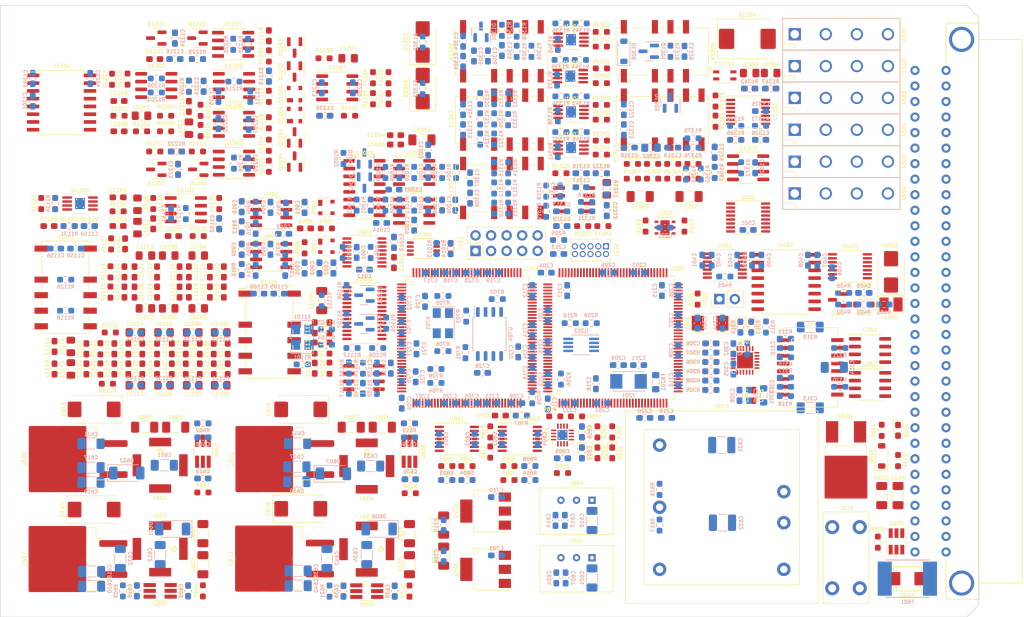
<source format=kicad_pcb>
(kicad_pcb (version 20221018) (generator pcbnew)
  (layers (0 "F.Cu" signal) (1 "In1.Cu" signal) (2 "In2.Cu" signal) (3 "In3.Cu" signal) (4 "In4.Cu" signal) (31 "B.Cu" signal) (34 "B.Paste" user) (35 "F.Paste" user) (36 "B.SilkS" user "B.Silkscreen") (37 "F.SilkS" user "F.Silkscreen") (38 "B.Mask" user) (39 "F.Mask" user) (44 "Edge.Cuts" user))
  (net 0 "")
  (net 1 "+3.3V")
  (net 2 "GNDA")
  (net 3 "/MCU/NRST")
  (net 4 "Net-(U301-XTAL1{slash}CLKIN)")
  (net 5 "Net-(U301-VDDCR)")
  (net 6 "Net-(U301-XTAL2)")
  (net 7 "VCCQ")
  (net 8 "Earth")
  (net 9 "Net-(C314-Pad1)")
  (net 10 "+5V")
  (net 11 "+5VP")
  (net 12 "GND1")
  (net 13 "/Connector/EXT_TRIG")
  (net 14 "Net-(C409-Pad2)")
  (net 15 "+5VD")
  (net 16 "VPP")
  (net 17 "Net-(U602-INTVCC)")
  (net 18 "Net-(U603-INTVCC)")
  (net 19 "Net-(D602-A)")
  (net 20 "Net-(U602-SW)")
  (net 21 "Net-(D601-A)")
  (net 22 "Net-(U603-SW)")
  (net 23 "Net-(D602-K)")
  (net 24 "Net-(U602-FBX)")
  (net 25 "Net-(U607-VI)")
  (net 26 "Net-(U603-FBX)")
  (net 27 "+15V")
  (net 28 "-15V")
  (net 29 "Net-(D605-K)")
  (net 30 "GNDPWR")
  (net 31 "Net-(U608-INTVCC)")
  (net 32 "Net-(U609-INTVCC)")
  (net 33 "Net-(U610-+VIN)")
  (net 34 "Net-(U610--VIN)")
  (net 35 "Net-(D607-A)")
  (net 36 "Net-(U608-SW)")
  (net 37 "Net-(D606-A)")
  (net 38 "Net-(U609-SW)")
  (net 39 "Net-(D607-K)")
  (net 40 "Net-(U608-FBX)")
  (net 41 "Net-(U612-VI)")
  (net 42 "Net-(U609-FBX)")
  (net 43 "-5V")
  (net 44 "Net-(U803-DECAP)")
  (net 45 "Net-(D201-K)")
  (net 46 "Net-(D202-K)")
  (net 47 "Net-(D203-K)")
  (net 48 "Net-(D301-K)")
  (net 49 "Net-(D301-A)")
  (net 50 "Net-(D302-K)")
  (net 51 "Net-(D302-A)")
  (net 52 "Net-(D401-A)")
  (net 53 "Net-(U403B-O)")
  (net 54 "FPGA_3V3")
  (net 55 "FPGA_1V2")
  (net 56 "+24V")
  (net 57 "/MCU/MCU_DEFAULT")
  (net 58 "/MCU/TMS_SWDIO")
  (net 59 "/MCU/TCK_SWCLK")
  (net 65 "/Connector/A")
  (net 66 "/Connector/B")
  (net 67 "/Connector/C")
  (net 68 "/Connector/D")
  (net 69 "/Connector/E")
  (net 70 "/Connector/F")
  (net 81 "/Connector/RX+")
  (net 82 "/Connector/RX-")
  (net 100 "/Connector/TX+")
  (net 101 "/Connector/TX-")
  (net 108 "Net-(U201-PH0)")
  (net 109 "Net-(U501-O6)")
  (net 110 "Net-(U501-O5)")
  (net 112 "Net-(U501-O4)")
  (net 114 "Net-(U501-O3)")
  (net 115 "Net-(U501-O2)")
  (net 116 "Net-(U501-O1)")
  (net 117 "/Ethernet/ETH_TXP")
  (net 118 "/Ethernet/ETH_TXN")
  (net 119 "/Ethernet/ETH_RXP")
  (net 120 "/Ethernet/ETH_RXN")
  (net 121 "Net-(L301-RX-)")
  (net 122 "Net-(L301-CRX)")
  (net 123 "Net-(L301-RX+)")
  (net 124 "Net-(L301-TX-)")
  (net 125 "Net-(L301-CTX)")
  (net 126 "Net-(L301-TX+)")
  (net 127 "Net-(L401-Pad2)")
  (net 128 "/MCU/LED_BLUE")
  (net 129 "/MCU/LED_RED")
  (net 130 "/MCU/LED_GREEN")
  (net 131 "/Ethernet/MODE0")
  (net 132 "/Ethernet/RMII_RXD0")
  (net 133 "/Ethernet/MODE1")
  (net 134 "/Ethernet/RMII_RXD1")
  (net 135 "Net-(U301-RXER{slash}PHYAD0)")
  (net 136 "/Ethernet/MODE2")
  (net 137 "/Ethernet/RMII_CRS_DV")
  (net 138 "/Ethernet/REFCLK0")
  (net 139 "/Ethernet/REF_CLK")
  (net 140 "/Ethernet/MDIO")
  (net 141 "Net-(U301-RBIAS)")
  (net 142 "Net-(U401-OE)")
  (net 143 "/Trigger/EXT_TRIG_SIGN")
  (net 144 "Net-(U403A-D)")
  (net 145 "Net-(U1102-IOUTB)")
  (net 146 "Net-(U1102-IOUTA)")
  (net 147 "+3V3_WFD1")
  (net 148 "Net-(U801B-+)")
  (net 149 "Net-(U801D-+)")
  (net 150 "Net-(U802B-+)")
  (net 151 "Net-(U802D-+)")
  (net 152 "Net-(U801A--)")
  (net 153 "Net-(U801B--)")
  (net 154 "Net-(U801C--)")
  (net 155 "Net-(U801D--)")
  (net 156 "/Self test/AIN2")
  (net 157 "/Self test/AIN5")
  (net 158 "Net-(U802C-+)")
  (net 159 "Net-(U803-ADDR)")
  (net 160 "/Ethernet/RMII_TXD1")
  (net 161 "/Ethernet/RMII_TXD0")
  (net 162 "/Ethernet/RMII_TXEN")
  (net 163 "/MCU/EEPROM_WP")
  (net 164 "/MCU/TRIG_EN")
  (net 165 "/MCU/TRIG_OUT")
  (net 166 "/MCU/TRIG_IN")
  (net 167 "/Connector/CXN_REL1")
  (net 168 "/Connector/CXN_REL2")
  (net 169 "/Connector/CXN_REL3")
  (net 170 "/Connector/CXN_REL4")
  (net 171 "/Connector/CXN_REL5")
  (net 172 "/Connector/CXN_REL6")
  (net 173 "/Ethernet/RMII_MDC")
  (net 186 "Net-(U401-B3)")
  (net 187 "Net-(U401-B2)")
  (net 188 "Net-(U401-B1)")
  (net 192 "/Trigger/TRIG_OUT_SIGN")
  (net 193 "/Trigger/TRIG_OUT_EN")
  (net 196 "Net-(C1107-Pad1)")
  (net 197 "/WaveformDAC/SET_ARB_FLTR1")
  (net 198 "/Self test/AIN0")
  (net 199 "/Self test/AIN1")
  (net 200 "/Self test/AIN3")
  (net 201 "/Self test/AIN4")
  (net 205 "/WaveformDAC/SET_SIN_FLTR1")
  (net 206 "+15V_WFD1")
  (net 207 "/WaveformDAC/V_DTY_CYCL")
  (net 208 "Net-(C1143-Pad2)")
  (net 209 "-15V_WFD1")
  (net 210 "Net-(U1101A-+)")
  (net 211 "Net-(U1103-+)")
  (net 212 "Net-(U1103--)")
  (net 213 "/WaveformDAC/SET_ARB_FLTR2")
  (net 214 "Net-(U1103-~{Q})")
  (net 215 "/WaveformDAC/SET_SIN_FLTR2")
  (net 216 "/WaveformDAC/SINE_ARB")
  (net 217 "Net-(D603-K)")
  (net 218 "Net-(D604-A)")
  (net 219 "Net-(D605-A)")
  (net 220 "Net-(D701-K)")
  (net 221 "Net-(U901B-+)")
  (net 222 "/WaveformDAC/V_AMPL")
  (net 223 "/FPGA/FPGA_TMS")
  (net 224 "/FPGA/FPGA_TCK")
  (net 225 "/FPGA/FPGA_TDO")
  (net 226 "/FPGA/FPGA_TDI")
  (net 227 "Net-(Q601-G)")
  (net 228 "Net-(U602-EN{slash}UVLO)")
  (net 229 "Net-(U603-EN{slash}UVLO)")
  (net 230 "Net-(U605-ON{slash}~{OFF})")
  (net 231 "Net-(U608-EN{slash}UVLO)")
  (net 232 "Net-(U609-EN{slash}UVLO)")
  (net 233 "Net-(U610-TRIM)")
  (net 234 "/FPGA/FLASH_HOLD")
  (net 235 "/FPGA/FLASH_WP")
  (net 236 "/FPGA/FLASH_nCS")
  (net 237 "/FPGA/FLASH_INIT_B")
  (net 238 "Net-(X701-~{ST})")
  (net 239 "Net-(X701-OUT)")
  (net 240 "/FPGA/FPGA_CLK_100MHZ")
  (net 241 "/FPGA/DONE_2")
  (net 242 "/FPGA/PROG_B_2")
  (net 243 "/FPGA/CMPCS_B_2")
  (net 244 "Net-(X1101-~{ST})")
  (net 245 "Net-(U1101B--)")
  (net 246 "Net-(X1101-OUT)")
  (net 247 "/WaveformDAC/WFDAC_CLK")
  (net 248 "/WaveformDAC/WFD_FPGA_50MHZ")
  (net 249 "Net-(R1105-Pad1)")
  (net 250 "Net-(Q1101-B)")
  (net 251 "Net-(Q1101-E)")
  (net 252 "Net-(U1102-MODE)")
  (net 253 "Net-(U1102-FS_ADJ)")
  (net 254 "+2V5")
  (net 255 "Net-(U1101A--)")
  (net 256 "Net-(U1104-+)")
  (net 257 "Net-(U1104--)")
  (net 258 "/WaveformDAC/V_NULL_SINE")
  (net 259 "Net-(R1133-Pad2)")
  (net 260 "Net-(U1103-Q)")
  (net 261 "/WaveformDAC/SQUARE")
  (net 314 "/FPGA/FLASH_SCK")
  (net 362 "/FPGA/FLASH_SO")
  (net 363 "/FPGA/FLASH_SI")
  (net 364 "/WaveformDAC/WFDAC13")
  (net 365 "/WaveformDAC/WFDAC12")
  (net 366 "/WaveformDAC/WFDAC11")
  (net 367 "/WaveformDAC/WFDAC10")
  (net 368 "/WaveformDAC/WFDAC9")
  (net 369 "/WaveformDAC/WFDAC8")
  (net 370 "/WaveformDAC/WFDAC7")
  (net 371 "/WaveformDAC/WFDAC6")
  (net 372 "/WaveformDAC/WFDAC5")
  (net 373 "/WaveformDAC/WFDAC4")
  (net 374 "/WaveformDAC/WFDAC3")
  (net 375 "/WaveformDAC/WFDAC2")
  (net 376 "/WaveformDAC/WFDAC1")
  (net 377 "/WaveformDAC/WFDAC0")
  (net 379 "/WaveformDAC/SQ_COMP_EN")
  (net 383 "Net-(C1208-Pad1)")
  (net 384 "Net-(U1205-IN0)")
  (net 385 "Net-(U1205-IN1)")
  (net 386 "Net-(D1201-A)")
  (net 387 "Net-(Q1201-D)")
  (net 388 "Net-(Q1202-S)")
  (net 389 "Net-(D1202-K)")
  (net 390 "Net-(U1201B--)")
  (net 391 "Net-(C1218-Pad2)")
  (net 392 "Net-(U1206-+)")
  (net 393 "Net-(C1220-Pad1)")
  (net 394 "Net-(U1203B--)")
  (net 395 "Net-(C1221-Pad2)")
  (net 396 "Net-(C1222-Pad1)")
  (net 397 "Net-(U1207-+)")
  (net 398 "/Square/SQ_PLS")
  (net 401 "Net-(D1203-A)")
  (net 402 "Net-(Q1203-B)")
  (net 403 "Net-(D1204-K-Pad1)")
  (net 404 "Net-(Q1204-B)")
  (net 405 "Net-(D1205-Pad1)")
  (net 406 "Net-(Q1203-C)")
  (net 407 "Net-(Q1204-C)")
  (net 408 "Net-(D1301-A)")
  (net 409 "Net-(D1301-K-Pad3)")
  (net 410 "Net-(D1305-K-Pad3)")
  (net 411 "/Output/OUTPUT_ENABLE")
  (net 412 "Net-(D1306-A)")
  (net 413 "Net-(U1204-RF)")
  (net 414 "Net-(U1202B-+)")
  (net 415 "Net-(U1202B--)")
  (net 416 "/Square/MEAS_MOD_DAC")
  (net 417 "Net-(R1205-Pad2)")
  (net 418 "Net-(U1202A--)")
  (net 419 "Net-(U1202A-+)")
  (net 420 "Net-(Q1202-D)")
  (net 421 "Net-(R1210-Pad2)")
  (net 422 "Net-(R1212-Pad1)")
  (net 423 "Net-(Q1201-G)")
  (net 424 "Net-(R1213-Pad1)")
  (net 425 "Net-(Q1202-G)")
  (net 426 "Net-(Q1201-S)")
  (net 427 "Net-(U1205-~{ENA})")
  (net 428 "Net-(U1205-OUT)")
  (net 429 "Net-(L1202-Pad1)")
  (net 430 "Net-(U1206--)")
  (net 431 "Net-(R1227-Pad2)")
  (net 432 "Net-(Q1204-E)")
  (net 433 "/Square/V_NULL_SQ")
  (net 434 "Net-(U1207--)")
  (net 435 "Net-(L1203-Pad1)")
  (net 436 "Net-(R1234-Pad2)")
  (net 437 "/Square/V_PEDGE")
  (net 438 "/Square/V_NEDGE")
  (net 440 "/Square/SQ_AMPL_CLK")
  (net 441 "/Square/SQ_AMPL_LE")
  (net 442 "/Square/SQ_AMPL_DATA")
  (net 444 "Net-(U1204-IOUT)")
  (net 447 "/Square/SQ_PLS_TTL")
  (net 455 "Net-(U1304--)")
  (net 456 "Net-(U1304-+)")
  (net 458 "Net-(R1343-Pad2)")
  (net 461 "Net-(U1305--)")
  (net 462 "Net-(U1305-+)")
  (net 464 "Net-(R1344-Pad2)")
  (net 467 "Net-(U1306--)")
  (net 468 "Net-(U1306-+)")
  (net 470 "Net-(R1345-Pad2)")
  (net 473 "Net-(U1307--)")
  (net 474 "Net-(U1307-+)")
  (net 476 "Net-(R1346-Pad2)")
  (net 478 "Net-(U201-PH1)")
  (net 479 "Net-(C215-Pad1)")
  (net 480 "Net-(C217-Pad1)")
  (net 481 "VDDA")
  (net 482 "/DAC/V_PEDGE")
  (net 483 "/DAC/V_NEDGE")
  (net 484 "/DAC/V_AMPL")
  (net 485 "Net-(U901A-+)")
  (net 486 "Net-(U901A--)")
  (net 487 "/DAC/V_NULL_SINE")
  (net 488 "/DAC/V_NULL_SQ")
  (net 489 "/DAC/V_OFFSET")
  (net 490 "Net-(U1002B--)")
  (net 491 "-2V5")
  (net 492 "Net-(U1001B--)")
  (net 493 "Net-(U1001B-+)")
  (net 494 "Net-(U1004-IN+)")
  (net 495 "Net-(U1002A-+)")
  (net 496 "/Output/SET_SQ_PLS")
  (net 497 "/Output/SET_SIN_ARB")
  (net 498 "/Output/SET_-10DB")
  (net 499 "/Output/RST_-10DB")
  (net 500 "/Output/MEAS_BUF")
  (net 501 "Net-(U1301B--)")
  (net 502 "Net-(C1310-Pad2)")
  (net 503 "Net-(U1301A--)")
  (net 504 "Net-(C1311-Pad2)")
  (net 505 "/Output/SET_-20DB")
  (net 506 "/Output/RST_-20DB")
  (net 507 "Net-(C1316-Pad1)")
  (net 508 "Net-(C1318-Pad1)")
  (net 509 "Net-(C1319-Pad1)")
  (net 510 "Net-(C1320-Pad1)")
  (net 511 "Net-(C1320-Pad2)")
  (net 512 "Net-(C1321-Pad2)")
  (net 513 "/Output/RST_+20DB")
  (net 514 "/Output/SET_+20DB")
  (net 515 "Net-(U1303B-+)")
  (net 516 "Net-(U1302A--)")
  (net 517 "Net-(U1302B-+)")
  (net 518 "Net-(U1303B--)")
  (net 519 "Net-(C1327-Pad2)")
  (net 520 "/Output/MEAS_OUT")
  (net 521 "Net-(D1001-A)")
  (net 522 "Net-(U1003-V-)")
  (net 523 "/Connector/MAIN_OUTPUT")
  (net 524 "Net-(L1301-Pad1)")
  (net 525 "Net-(L1301-Pad2)")
  (net 526 "Net-(FL1301-Pad4)")
  (net 527 "Net-(U201-BOOT0)")
  (net 528 "/MCU/I2C1_SCL")
  (net 529 "/MCU/I2C1_SDA")
  (net 530 "/MCU/I2C2_SCL")
  (net 531 "/MCU/I2C2_SDA")
  (net 532 "/DAC/MEAS_AMPL")
  (net 533 "/DAC/V_DTY_CYCL")
  (net 534 "/ADC/+1.25VREF")
  (net 535 "Net-(U1003-EN)")
  (net 536 "Net-(U1001A--)")
  (net 537 "Net-(R1007-Pad2)")
  (net 538 "Net-(U1004-DATA)")
  (net 539 "/ADC/ADC_DATA")
  (net 540 "Net-(R1306-Pad2)")
  (net 541 "Net-(K1302-Pad4)")
  (net 542 "Net-(K1302-Pad3)")
  (net 543 "Net-(K1302-Pad10)")
  (net 544 "Net-(U1301A-+)")
  (net 545 "Net-(C1312-Pad1)")
  (net 546 "Net-(K1303-Pad3)")
  (net 547 "Net-(R1325-Pad2)")
  (net 548 "Net-(K1303-Pad10)")
  (net 549 "Net-(R1328-Pad2)")
  (net 550 "Net-(D1304-A1)")
  (net 551 "Net-(R1348-Pad2)")
  (net 552 "Net-(R1349-Pad2)")
  (net 553 "Net-(R1356-Pad2)")
  (net 554 "Net-(R1357-Pad2)")
  (net 555 "Net-(R1359-Pad2)")
  (net 556 "Net-(R1360-Pad2)")
  (net 557 "Net-(R1363-Pad2)")
  (net 558 "Net-(R1364-Pad2)")
  (net 559 "Net-(K1304-Pad8)")
  (net 560 "Net-(K1303-Pad9)")
  (net 561 "Net-(U1302C--)")
  (net 562 "Net-(U1302A-+)")
  (net 563 "Net-(K1305-Pad10)")
  (net 564 "Net-(R1379-Pad1)")
  (net 565 "/Output/OUTPUT_FAULT")
  (net 584 "/MCU/SPI2_MISO")
  (net 585 "/MCU/SPI2_MOSI")
  (net 611 "/MCU/SPI2_CS")
  (net 614 "/MCU/SPI2_CLK")
  (net 652 "Net-(U1001A-+)")
  (net 653 "/Output/V_OFFSET")
  (net 654 "/Output/SINE_ARB")
  (net 655 "Net-(K1301-Pad10)")
  (net 656 "/Output/SQ_PLS")
  (net 657 "Net-(K1302-Pad5)")
  (net 658 "Net-(K1302-Pad9)")
  (net 659 "Net-(K1303-Pad5)")
  (net 661 "/DAC/DAC_nLDAC")
  (net 662 "/DAC/DAC_nSYNC")
  (net 663 "/DAC/DAC_nCLR")
  (net 664 "/DAC/DAC_DIN")
  (net 665 "/DAC/DAC_SCLK")
  (net 666 "/ADC/MSEL0")
  (net 667 "/ADC/MEAS_OUT")
  (net 668 "/ADC/MEAS_MOD_DAC")
  (net 669 "/ADC/MEAS_AMPL")
  (net 672 "/ADC/MEAS_BUF")
  (net 673 "/ADC/MSEL2")
  (net 674 "/ADC/MSEL1")
  (net 675 "/ADC/ADC_CONV")
  (net 676 "/ADC/ADC_CLK")
  (net 677 "Net-(U1303A--)")
  (net 678 "Net-(D1303-A)")
  (net 679 "Net-(U903-VREF)")
  (net 680 "Net-(U902A-+)")
  (net 681 "Net-(U902A--)")
  (net 682 "Net-(C1004-Pad1)")
  (net 683 "Net-(C1006-Pad2)")
  (net 684 "Net-(U903-VOUTA)")
  (net 685 "Net-(U903-VOUTC)")
  (net 686 "Net-(U903-VOUTF)")
  (net 687 "Net-(U903-VOUTG)")
  (net 688 "Net-(U903-VOUTE)")
  (net 689 "Net-(U903-VOUTB)")
  (net 690 "Net-(U903-VOUTD)")
  (net 691 "Net-(U902B--)")
  (net 693 "/Output/OUTPUT")
  (net 694 "Net-(C1103-Pad1)")
  (net 695 "Net-(C1104-Pad1)")
  (net 696 "Net-(C1108-Pad2)")
  (net 697 "Net-(C1109-Pad1)")
  (net 698 "Net-(C1110-Pad2)")
  (net 699 "Net-(C1111-Pad2)")
  (net 700 "Net-(C1112-Pad2)")
  (net 701 "Net-(C1119-Pad1)")
  (net 702 "Net-(C1120-Pad2)")
  (net 703 "Net-(C1121-Pad2)")
  (net 704 "Net-(C1122-Pad2)")
  (net 705 "Net-(C1125-Pad1)")
  (net 706 "Net-(C1126-Pad2)")
  (net 707 "Net-(C1132-Pad2)")
  (net 708 "Net-(C1133-Pad2)")
  (net 709 "Net-(C1136-Pad1)")
  (net 710 "Net-(C1137-Pad2)")
  (net 711 "Net-(C1138-Pad2)")
  (net 712 "Net-(C1144-Pad2)")
  (net 713 "Net-(C1150-Pad1)")
  (net 714 "Net-(C1151-Pad2)")
  (net 715 "Net-(C1152-Pad1)")
  (net 716 "Net-(C1159-Pad2)")
  (net 717 "Net-(C1160-Pad1)")
  (net 718 "Net-(C1162-Pad1)")
  (net 719 "Net-(C1163-Pad1)")
  (net 720 "Net-(C1157-Pad2)")
  (net 721 "Net-(C905-Pad1)")
  (net 722 "Net-(C908-Pad1)")
  (footprint "Resistor_SMD:R_0603_1608Metric_Pad0.98x0.95mm_HandSolder" (layer "F.Cu") (at 168.275 64.389)
    (fp_text reference "R1354")
    (fp_text value "56R2")
  )
  (footprint "Resistor_SMD:R_0603_1608Metric_Pad0.98x0.95mm_HandSolder" (layer "F.Cu") (at 186.817 64.008 -90)
    (fp_text reference "R1358")
    (fp_text value "100k")
  )
  (footprint "Package_SO:TSSOP-8_3x3mm_P0.65mm" (layer "F.Cu") (at 139.192 79.756)
    (fp_text reference "U1004")
    (fp_text value "ADS7818EB")
  )
  (footprint "Resistor_SMD:R_0603_1608Metric_Pad0.98x0.95mm_HandSolder" (layer "F.Cu") (at 94.996 72.39 90)
    (fp_text reference "R1128")
    (fp_text value "51R1")
  )
  (footprint "Package_TO_SOT_SMD:SOT-143" (layer "F.Cu") (at 123.317 79.375)
    (fp_text reference "D901")
    (fp_text value "BAS40-07-E6327")
  )
  (footprint "Resistor_SMD:R_0603_1608Metric_Pad0.98x0.95mm_HandSolder" (layer "F.Cu") (at 113.919 62.865 90)
    (fp_text reference "R1224")
    (fp_text value "21R5")
  )
  (footprint "Capacitor_SMD:C_0603_1608Metric_Pad1.08x0.95mm_HandSolder" (layer "F.Cu") (at 119.888 76.454 180)
    (fp_text reference "C908")
    (fp_text value "100n")
  )
  (footprint "Resistor_SMD:R_0603_1608Metric_Pad0.98x0.95mm_HandSolder" (layer "F.Cu") (at 113.919 66.294 90)
    (fp_text reference "R1225")
    (fp_text value "10k")
  )
  (footprint "Resistor_SMD:R_0603_1608Metric_Pad0.98x0.95mm_HandSolder" (layer "F.Cu") (at 173.355 65.913)
    (fp_text reference "R1356")
    (fp_text value "21R5")
  )
  (footprint "Capacitor_SMD:C_0603_1608Metric_Pad1.08x0.95mm_HandSolder" (layer "F.Cu") (at 100.838 86.868 90)
    (fp_text reference "C1119")
    (fp_text value "120p")
  )
  (footprint "Capacitor_SMD:C_0603_1608Metric_Pad1.08x0.95mm_HandSolder" (layer "F.Cu") (at 106.553 83.566 90)
    (fp_text reference "C1110")
    (fp_text value "30p")
  )
  (footprint "ETH1CFGEN1:TSR1" (layer "F.Cu") (at 164.211 130.302 180)
    (fp_text reference "U601")
    (fp_text value "TSR1-2450")
  )
  (footprint "Resistor_SMD:R_0603_1608Metric_Pad0.98x0.95mm_HandSolder" (layer "F.Cu") (at 102.743 57.15 90)
    (fp_text reference "R1227")
    (fp_text value "316")
  )
  (footprint "Inductor_SMD:L_0805_2012Metric_Pad1.15x1.40mm_HandSolder" (layer "F.Cu") (at 96.774 102.108 180)
    (fp_text reference "L1109")
    (fp_text value "560n")
  )
  (footprint "Resistor_SMD:R_0603_1608Metric_Pad0.98x0.95mm_HandSolder" (layer "F.Cu") (at 90.805 52.0465 90)
    (fp_text reference "R1210")
    (fp_text value "10k")
  )
  (footprint "ETH1CFGEN1:74489440068" (layer "F.Cu") (at 96.139 128.8665 -90)
    (fp_text reference "L602")
    (fp_text value "74489440068")
  )
  (footprint "Capacitor_SMD:C_1206_3216Metric_Pad1.33x1.80mm_HandSolder" (layer "F.Cu") (at 182.626 71.247)
    (fp_text reference "C1302")
    (fp_text value "10u")
  )
  (footprint "Resistor_SMD:R_0603_1608Metric_Pad0.98x0.95mm_HandSolder" (layer "F.Cu") (at 179.959 65.913)
    (fp_text reference "R1363")
    (fp_text value "21R5")
  )
  (footprint "LED_SMD:LED_0603_1608Metric_Pad1.05x0.95mm_HandSolder" (layer "F.Cu") (at 191.008 92.583 -90)
    (fp_text reference "D302")
    (fp_text value "GREEN")
  )
  (footprint "Resistor_SMD:R_0603_1608Metric_Pad0.98x0.95mm_HandSolder" (layer "F.Cu") (at 88.265 52.07 90)
    (fp_text reference "R1207")
    (fp_text value "1k")
  )
  (footprint "Resistor_SMD:R_0603_1608Metric_Pad0.98x0.95mm_HandSolder" (layer "F.Cu") (at 102.235 63.881 180)
    (fp_text reference "R1213")
    (fp_text value "100")
  )
  (footprint "Package_SO:SOIC-8_3.9x4.9mm_P1.27mm" (layer "F.Cu") (at 212.217 96.42)
    (fp_text reference "U302")
    (fp_text value "LC03-3.3BTG")
  )
  (footprint "Capacitor_SMD:C_1206_3216Metric_Pad1.33x1.80mm_HandSolder" (layer "F.Cu") (at 98.679 108.966)
    (fp_text reference "C605")
    (fp_text value "4u7/50V")
  )
  (footprint "Capacitor_SMD:C_1206_3216Metric_Pad1.33x1.80mm_HandSolder" (layer "F.Cu") (at 216.789 120.142 -90)
    (fp_text reference "C624")
    (fp_text value "4u7/50V")
  )
  (footprint "Inductor_SMD:L_0805_2012Metric_Pad1.15x1.40mm_HandSolder" (layer "F.Cu") (at 81.534 99.441 90)
    (fp_text reference "L1115")
    (fp_text value "1u")
  )
  (footprint "Package_TO_SOT_SMD:TSOT-23-6_HandSoldering" (layer "F.Cu") (at 103.124 112.903 90)
    (fp_text reference "U602")
    (fp_text value "LT8330ES6#TRMPBF")
  )
  (footprint "Capacitor_SMD:C_0603_1608Metric_Pad1.08x0.95mm_HandSolder" (layer "F.Cu") (at 102.616 99.441 90)
    (fp_text reference "C1117")
    (fp_text value "56p")
  )
  (footprint "Package_SO:SOIC-16W_7.5x10.3mm_P1.27mm" (layer "F.Cu") (at 80.01 55.88)
    (fp_text reference "U1204")
    (fp_text value "AD1851RZ")
  )
  (footprint "Capacitor_SMD:C_0603_1608Metric_Pad1.08x0.95mm_HandSolder" (layer "F.Cu") (at 89.408 60.579 180)
    (fp_text reference "C1208")
    (fp_text value "4700p")
  )
  (footprint "ETH1CFGEN1:HE360_x-5050462-8" (layer "F.Cu") (at 207.518 70.746)
    (fp_text reference "K506")
    (fp_text value "HE3621A0510")
  )
  (footprint "Capacitor_SMD:C_0603_1608Metric_Pad1.08x0.95mm_HandSolder" (layer "F.Cu") (at 89.2575 76.058 180)
    (fp_text reference "C1163")
    (fp_text value "33p")
  )
  (footprint "Resistor_SMD:R_0603_1608Metric_Pad0.98x0.95mm_HandSolder" (layer "F.Cu") (at 105.791 72.39 90)
    (fp_text reference "R1135")
    (fp_text value "51R1")
  )
  (footprint "Package_TO_SOT_SMD:SOT-23" (layer "F.Cu") (at 118.122 65.532 90)
    (fp_text reference "D1204")
    (fp_text value "BAV99")
  )
  (footprint "ETH1CFGEN1:749010012A" (layer "F.Cu") (at 202.438 99.187)
    (fp_text reference "L301")
    (fp_text value "749010012A")
  )
  (footprint "Resistor_SMD:R_0603_1608Metric_Pad0.98x0.95mm_HandSolder" (layer "F.Cu") (at 119.761 79.629 -90)
    (fp_text reference "R906")
    (fp_text value "1k96")
  )
  (footprint "ETH1CFGEN1:TQFP-144_20x20mm_P0.5mm" (layer "F.Cu") (at 170.18 94.361 90)
    (fp_text reference "U201")
    (fp_text value "STM32H723ZGTx")
  )
  (footprint "Capacitor_SMD:C_0603_1608Metric_Pad1.08x0.95mm_HandSolder" (layer "F.Cu") (at 98.298 77.709 180)
    (fp_text reference "C1155")
    (fp_text value "10p")
  )
  (footprint "Package_TO_SOT_SMD:TO-263-2" (layer "F.Cu") (at 114.6125 130.439 180)
    (fp_text reference "U612")
    (fp_text value "L7905CD2T-TR")
  )
  (footprint "Package_SO:SOIC-16W_7.5x10.3mm_P1.27mm" (layer "F.Cu") (at 198.501 85.217)
    (fp_text reference "U402")
    (fp_text value "ADuM5402")
  )
  (footprint "Package_TO_SOT_SMD:SOT-143" (layer "F.Cu") (at 118.11 57.912 90)
    (fp_text reference "D1206")
    (fp_text value "BAS40-07-E6327")
  )
  (footprint "Capacitor_SMD:C_0603_1608Metric_Pad1.08x0.95mm_HandSolder" (layer "F.Cu") (at 90.297 83.566 90)
    (fp_text reference "C1142")
    (fp_text value "56p")
  )
  (footprint "Inductor_SMD:L_0805_2012Metric_Pad1.15x1.40mm_HandSolder" (layer "F.Cu") (at 101.473 93.472)
    (fp_text reference "L1106")
    (fp_text value "470n")
  )
  (footprint "Resistor_SMD:R_0603_1608Metric_Pad0.98x0.95mm_HandSolder" (layer "F.Cu") (at 93.091 60.579)
    (fp_text reference "R1202")
    (fp_text value "178")
  )
  (footprint "Resistor_SMD:R_0603_1608Metric_Pad0.98x0.95mm_HandSolder" (layer "F.Cu") (at 146.304 117.602)
    (fp_text reference "R802")
    (fp_text value "249k")
  )
  (footprint "Resistor_SMD:R_0603_1608Metric_Pad0.98x0.95mm_HandSolder" (layer "F.Cu") (at 213.487 127.762 90)
    (fp_text reference "R605")
    (fp_text value "100k")
  )
  (footprint "Package_SO:SOIC-8_3.9x4.9mm_P1.27mm" (layer "F.Cu") (at 108.204 65.786)
    (fp_text reference "U1203")
    (fp_text value "AD706ARZ")
  )
  (footprint "Capacitor_SMD:C_1206_3216Metric_Pad1.33x1.80mm_HandSolder" (layer "F.Cu") (at 138.938 61.976)
    (fp_text reference "C1011")
    (fp_text value "2u2")
  )
  (footprint "Package_SO:TSSOP-14_4.4x5mm_P0.65mm" (layer "F.Cu") (at 144.653 110.871)
    (fp_text reference "U801")
    (fp_text value "TL074HIPWR")
  )
  (footprint "ETH1CFGEN1:CW252016" (layer "F.Cu") (at 215.646 88.9)
    (fp_text reference "L401")
    (fp_text value "CW252016-R33G")
  )
  (footprint "Capacitor_SMD:C_0603_1608Metric_Pad1.08x0.95mm_HandSolder" (layer "F.Cu") (at 90.4005 78.979 90)
    (fp_text reference "C1162")
    (fp_text value "15p")
  )
  (footprint "Resistor_SMD:R_0603_1608Metric_Pad0.98x0.95mm_HandSolder" (layer "F.Cu") (at 109.474 76.2 90)
    (fp_text reference "R911")
    (fp_text value "24k9")
  )
  (footprint "Capacitor_SMD:C_1206_3216Metric_Pad1.33x1.80mm_HandSolder" (layer "F.Cu") (at 142.494 130.048 90)
    (fp_text reference "C706")
    (fp_text value "10u")
  )
  (footprint "Resistor_SMD:R_0603_1608Metric_Pad0.98x0.95mm_HandSolder" (layer "F.Cu") (at 136.906 108.331)
    (fp_text reference "R612")
    (fp_text value "1M")
  )
  (footprint "Diode_SMD:D_SMB" (layer "F.Cu") (at 139.065 45.974 90)
    (fp_text reference "D1302")
    (fp_text value "SZ1SMB5918BT3G")
  )
  (footprint "Resistor_SMD:R_0603_1608Metric_Pad0.98x0.95mm_HandSolder" (layer "F.Cu") (at 186.182 101.346)
    (fp_text reference "R310")
    (fp_text value "1k5")
  )
  (footprint "Capacitor_Tantalum_SMD:CP_EIA-7343-31_Kemet-D_Pad2.25x2.55mm_HandSolder" (layer "F.Cu") (at 85.344 122.428)
    (fp_text reference "C644")
    (fp_text value "22u/35V")
  )
  (footprint "LED_SMD:LED_0603_1608Metric_Pad1.05x0.95mm_HandSolder" (layer "F.Cu") (at 165.1 113.157 -90)
    (fp_text reference "D203")
    (fp_text value "GREEN")
  )
  (footprint "Resistor_SMD:R_0603_1608Metric_Pad0.98x0.95mm_HandSolder" (layer "F.Cu") (at 186.182 98.298 180)
    (fp_text reference "R301")
    (fp_text value "33")
  )
  (footprint "Resistor_SMD:R_0603_1608Metric_Pad0.98x0.95mm_HandSolder" (layer "F.Cu") (at 102.235 48.768 180)
    (fp_text reference "R1212")
    (fp_text value "100")
  )
  (footprint "Relay_SMD:Relay_DPDT_Omron_G6SK-2F" (layer "F.Cu") (at 152.019 47.498 90)
    (fp_text reference "K1301")
    (fp_text value "G6SU-2F-DC3")
  )
  (footprint "ETH1CFGEN1:HE360_x-5050462-8" (layer "F.Cu") (at 207.518 60.332)
    (fp_text reference "K504")
    (fp_text value "HE3621A0510")
  )
  (footprint "Package_SO:MSOP-8-1EP_3x3mm_P0.65mm_EP1.5x1.8mm_ThermalVias" (layer "F.Cu") (at 163.322 57.404)
    (fp_text reference "U1304")
    (fp_text value "THS3001IDG")
  )
  (footprint "Resistor_SMD:R_0603_1608Metric_Pad0.98x0.95mm_HandSolder" (layer "F.Cu") (at 165.227 76.073 180)
    (fp_text reference "R1305")
    (fp_text value "12k4")
  )
  (footprint "Diode_SMD:D_SMC" (layer "F.Cu") (at 192.151 45.466)
    (fp_text reference "D1304")
    (fp_text value "SMCJ43CA")
  )
  (footprint "Package_TO_SOT_SMD:TSOT-23-6_HandSoldering" (layer "F.Cu") (at 136.906 112.903 90)
    (fp_text reference "U608")
    (fp_text value "LT8330ES6#TRMPBF")
  )
  (footprint "Capacitor_SMD:C_1206_3216Metric_Pad1.33x1.80mm_HandSolder" (layer "F.Cu") (at 214.122 120.142 -90)
    (fp_text reference "C623")
    (fp_text value "4u7/50V")
  )
  (footprint "Relay_SMD:Relay_DPDT_Omron_G6SK-2F" (layer "F.Cu") (at 152.019 58.674 90)
    (fp_text reference "K1303")
    (fp_text value "G6SU-2F-DC3")
  )
  (footprint "Resistor_SMD:R_0603_1608Metric_Pad0.98x0.95mm_HandSolder" (layer "F.Cu") (at 186.944 55.626 -90)
    (fp_text reference "R1379")
    (fp_text value "46k4")
  )
  (footprint "Package_SO:SOIC-8_3.9x4.9mm_P1.27mm" (layer "F.Cu") (at 129.413 100.838)
    (fp_text reference "U1101")
    (fp_text value "TL072CDT")
  )
  (footprint "Resistor_SMD:R_0603_1608Metric_Pad0.98x0.95mm_HandSolder" (layer "F.Cu") (at 123.317 76.454 180)
    (fp_text reference "R907")
    (fp_text value "1k")
  )
  (footprint "Package_TO_SOT_SMD:SOT-23" (layer "F.Cu") (at 95.504 66.802 180)
    (fp_text reference "D1202")
    (fp_text value "BZX84C3V0")
  )
  (footprint "LED_SMD:LED_0603_1608Metric_Pad1.05x0.95mm_HandSolder" (layer "F.Cu") (at 151.765 107.061 180)
    (fp_text reference "D701")
    (fp_text value "BLUE")
  )
  (footprint "Resistor_SMD:R_0603_1608Metric_Pad0.98x0.95mm_HandSolder" (layer "F.Cu") (at 168.275 62.103)
    (fp_text reference "R1355")
    (fp_text value "56R2")
  )
  (footprint "Inductor_SMD:L_0805_2012Metric_Pad1.15x1.40mm_HandSolder" (layer "F.Cu") (at 126.873 48.641)
    (fp_text reference "L1203")
    (fp_text value "82n")
  )
  (footprint "Capacitor_SMD:C_0603_1608Metric_Pad1.08x0.95mm_HandSolder" (layer "F.Cu") (at 88.646 96.139 90)
    (fp_text reference "C1149")
    (fp_text value "5p6")
  )
  (footprint "Resistor_SMD:R_0603_1608Metric_Pad0.98x0.95mm_HandSolder" (layer "F.Cu") (at 113.919 51.562 -90)
    (fp_text reference "R1218")
    (fp_text value "100k")
  )
  (footprint "Capacitor_SMD:C_0603_1608Metric_Pad1.08x0.95mm_HandSolder" (layer "F.Cu") (at 95.25 48.768 180)
    (fp_text reference "C1221")
    (fp_text value "220n")
  )
  (footprint "Capacitor_SMD:C_0603_1608Metric_Pad1.08x0.95mm_HandSolder" (layer "F.Cu") (at 192.532 53.594 180)
    (fp_text reference "C1320")
    (fp_text value "18p")
  )
  (footprint "Resistor_SMD:R_0603_1608Metric_Pad0.98x0.95mm_HandSolder" (layer "F.Cu") (at 92.329 135.7245 -90)
    (fp_text reference "R608")
    (fp_text value "1M")
  )
  (footprint "Capacitor_SMD:C_0603_1608Metric_Pad1.08x0.95mm_HandSolder" (layer "F.Cu") (at 100.33 96.139 90)
    (fp_text reference "C1118")
    (fp_text value "56p")
  )
  (footprint "Capacitor_SMD:C_0603_1608Metric_Pad1.08x0.95mm_HandSolder" (layer "F.Cu") (at 104.902 96.139 90)
    (fp_text reference "C1108")
    (fp_text value "33p")
  )
  (footprint "Diode_SMD:D_SOD-323_HandSoldering" (layer "F.Cu") (at 211.201 88.9 180)
    (fp_text reference "D403")
    (fp_text value "SD36C-01FTG")
  )
  (footprint "Capacitor_SMD:C_1206_3216Metric_Pad1.33x1.80mm_HandSolder" (layer "F.Cu") (at 142.494 124.968 -90)
    (fp_text reference "C713")
    (fp_text value "10u")
  )
  (footprint "Package_SO:MSOP-8-1EP_3x3mm_P0.65mm_EP1.5x1.8mm_ThermalVias" (layer "F.Cu") (at 163.322 45.593)
    (fp_text reference "U1306")
    (fp_text value "THS3001IDG")
  )
  (footprint "Capacitor_SMD:C_0603_1608Metric_Pad1.08x0.95mm_HandSolder" (layer "F.Cu") (at 133.477 55.245 90)
    (fp_text reference "C1227")
    (fp_text value "62p")
  )
  (footprint "Capacitor_SMD:C_0603_1608Metric_Pad1.08x0.95mm_HandSolder" (layer "F.Cu") (at 95.631 96.139 90)
    (fp_text reference "C1128")
    (fp_text value "62p")
  )
  (footprint "Resistor_SMD:R_0603_1608Metric_Pad0.98x0.95mm_HandSolder" (layer "F.Cu") (at 124.46 82.931 -90)
    (fp_text reference "R902")
    (fp_text value "1k")
  )
  (footprint "Capacitor_SMD:C_0603_1608Metric_Pad1.08x0.95mm_HandSolder" (layer "F.Cu") (at 121.412 92.71 90)
    (fp_text reference "C1101")
    (fp_text value "33p")
  )
  (footprint "Resistor_SMD:R_0603_1608Metric_Pad0.98x0.95mm_HandSolder" (layer "F.Cu") (at 100.838 53.213 90)
    (fp_text reference "R1205")
    (fp_text value "1k47")
  )
  (footprint "Diode_SMD:D_SMB" (layer "F.Cu") (at 139.065 53.594 90)
    (fp_text reference "D1303")
    (fp_text value "SZ1SMB5918BT3G")
  )
  (footprint "Capacitor_SMD:C_0603_1608Metric_Pad1.08x0.95mm_HandSolder" (layer "F.Cu") (at 95.631 86.868 90)
    (fp_text reference "C1129")
    (fp_text value "8p2")
  )
  (footprint "Inductor_SMD:L_0805_2012Metric_Pad1.15x1.40mm_HandSolder" (layer "F.Cu") (at 92.4325 72.517 90)
    (fp_text reference "L1118")
    (fp_text value "100n")
  )
  (footprint "Resistor_SMD:R_0603_1608Metric_Pad0.98x0.95mm_HandSolder" (layer "F.Cu") (at 169.164 73.533 90)
    (fp_text reference "R1320")
    (fp_text value "10")
  )
  (footprint "Resistor_SMD:R_0603_1608Metric_Pad0.98x0.95mm_HandSolder" (layer "F.Cu") (at 156.591 115.316)
    (fp_text reference "R806")
    (fp_text value "249k")
  )
  (footprint "Resistor_SMD:R_0603_1608Metric_Pad0.98x0.95mm_HandSolder" (layer "F.Cu") (at 134.366 78.74 -90)
    (fp_text reference "R1012")
    (fp_text value "619")
  )
  (footprint "Package_SO:SOIC-8_3.9x4.9mm_P1.27mm" (layer "F.Cu") (at 163.83 71.755)
    (fp_text reference "U1301")
    (fp_text value "TL072CD")
  )
  (footprint "Capacitor_SMD:C_0603_1608Metric_Pad1.08x0.95mm_HandSolder" (layer "F.Cu") (at 134.366 82.042 -90)
    (fp_text reference "C1010")
    (fp_text value "4700p")
  )
  (footprint "Resistor_SMD:R_0603_1608Metric_Pad0.98x0.95mm_HandSolder" (layer "F.Cu") (at 103.251 53.213 90)
    (fp_text reference "R1211")
    (fp_text value "619")
  )
  (footprint "Resistor_SMD:R_0603_1608Metric_Pad0.98x0.95mm_HandSolder" (layer "F.Cu") (at 186.182 96.774 180)
    (fp_text reference "R302")
    (fp_text value "33")
  )
  (footprint "Inductor_SMD:L_0805_2012Metric_Pad1.15x1.40mm_HandSolder" (layer "F.Cu") (at 97.536 89.535 180)
    (fp_text reference "L1107")
    (fp_text value "680n")
  )
  (footprint "Capacitor_SMD:C_0603_1608Metric_Pad1.08x0.95mm_HandSolder" (layer "F.Cu") (at 88.646 99.441 90)
    (fp_text reference "C1148")
    (fp_text value "5p6")
  )
  (footprint "Capacitor_SMD:C_1206_3216Metric_Pad1.33x1.80mm_HandSolder" (layer "F.Cu") (at 103.124 126.365 90)
    (fp_text reference "C606")
    (fp_text value "4u7/50V")
  )
  (footprint "Capacitor_SMD:C_0603_1608Metric_Pad1.08x0.95mm_HandSolder" (layer "F.Cu") (at 77.9545 76.073)
    (fp_text reference "C1160")
    (fp_text value "10p")
  )
  (footprint "Resistor_SMD:R_0603_1608Metric_Pad0.98x0.95mm_HandSolder" (layer "F.Cu") (at 86.36 96.139 90)
    (fp_text reference "R1121")
    (fp_text value "511")
  )
  (footprint "Resistor_SMD:R_0603_1608Metric_Pad0.98x0.95mm_HandSolder" (layer "F.Cu") (at 127.1035 58.039 180)
    (fp_text reference "R1231")
    (fp_text value "100k")
  )
  (footprint "LED_SMD:LED_0603_1608Metric_Pad1.05x0.95mm_HandSolder" (layer "F.Cu") (at 216.789 109.474 -90)
    (fp_text reference "D604")
    (fp_text value "RED")
  )
  (footprint "Resistor_SMD:R_0603_1608Metric_Pad0.98x0.95mm_HandSolder" (layer "F.Cu") (at 173.355 68.326)
    (fp_text reference "R1357")
    (fp_text value "21R5")
  )
  (footprint "Resistor_SMD:R_0603_1608Metric_Pad0.98x0.95mm_HandSolder" (layer "F.Cu") (at 130.937 55.245 -90)
    (fp_text reference "R1235")
    (fp_text value "34R8")
  )
  (footprint "Package_TO_SOT_SMD:SOT-23" (layer "F.Cu") (at 95.504 45.339 180)
    (fp_text reference "D1201")
    (fp_text value "BZX84C3V0")
  )
  (footprint "Resistor_SMD:R_0603_1608Metric_Pad0.98x0.95mm_HandSolder" (layer "F.Cu") (at 84.5585 76.073 180)
    (fp_text reference "R1129")
    (fp_text value "200")
  )
  (footprint "Package_SO:TSSOP-14_4.4x5mm_P0.65mm" (layer "F.Cu") (at 188.468 82.55)
    (fp_text reference "U401")
    (fp_text value "TXB0104PW")
  )
  (footprint "Resistor_SMD:R_0603_1608Metric_Pad0.98x0.95mm_HandSolder" (layer "F.Cu") (at 134.493 135.763 -90)
    (fp_text reference "R614")
    (fp_text value "1M")
  )
  (footprint "Resistor_SMD:R_0603_1608Metric_Pad0.98x0.95mm_HandSolder" (layer "F.Cu") (at 168.275 58.674)
    (fp_text reference "R1348")
    (fp_text value "56R2")
  )
  (footprint "Package_SO:SOIC-8_3.9x4.9mm_P1.27mm" (layer "F.Cu") (at 114.3 80.899)
    (fp_text reference "U901")
    (fp_text value "TL072CD")
  )
  (footprint "ETH1CFGEN1:TSR1" (layer "F.Cu") (at 164.211 120.904 180)
    (fp_text reference "U604")
    (fp_text value "TSR1-2433")
  )
  (footprint "Package_SO:SOIC-16_3.9x9.9mm_P1.27mm" (layer "F.Cu") (at 129.54 69.85)
    (fp_text reference "U1003")
    (fp_text value "DG408DY-T1-E3")
  )
  (footprint "Resistor_SMD:R_0603_1608Metric_Pad0.98x0.95mm_HandSolder" (layer "F.Cu") (at 122.174 82.931 -90)
    (fp_text reference "R903")
    (fp_text value "1k")
  )
  (footprint "Relay_SMD:Relay_DPDT_Omron_G6SK-2F" (layer "F.Cu") (at 152.019 69.85 90)
    (fp_text reference "K1302")
    (fp_text value "G6SU-2F-DC3")
  )
  (footprint "Resistor_SMD:R_0603_1608Metric_Pad0.98x0.95mm_HandSolder" (layer "F.Cu") (at 168.275 46.736)
    (fp_text reference "R1352")
    (fp_text value "56R2")
  )
  (footprint "Resistor_SMD:R_0603_1608Metric_Pad0.98x0.95mm_HandSolder" (layer "F.Cu") (at 103.124 119.634 180)
    (fp_text reference "R607")
    (fp_text value "97k6")
  )
  (footprint "Resistor_SMD:R_0603_1608Metric_Pad0.98x0.95mm_HandSolder" (layer "F.Cu") (at 186.182 99.822 180)
    (fp_text reference "R303")
    (fp_text value "10k")
  )
  (footprint "Capacitor_SMD:C_0603_1608Metric_Pad1.08x0.95mm_HandSolder" (layer "F.Cu") (at 98.044 99.441 90)
    (fp_text reference "C1127")
    (fp_text value "62p")
  )
  (footprint "Resistor_SMD:R_0603_1608Metric_Pad0.98x0.95mm_HandSolder" (layer "F.Cu") (at 100.711 135.7245 -90)
    (fp_text reference "R603")
    (fp_text value "1M")
  )
  (footprint "Resistor_SMD:R_0603_1608Metric_Pad0.98x0.95mm_HandSolder" (layer "F.Cu") (at 123.825 96.012 90)
    (fp_text reference "R1110")
    (fp_text value "261")
  )
  (footprint "Resistor_SMD:R_0603_1608Metric_Pad0.98x0.95mm_HandSolder" (layer "F.Cu") (at 78.9705 72.39 -90)
    (fp_text reference "R1133")
    (fp_text value "953")
  )
  (footprint "Resistor_SMD:R_0603_1608Metric_Pad0.98x0.95mm_HandSolder" (layer "F.Cu") (at 153.162 117.602)
    (fp_text reference "R807")
    (fp_text value "49k9")
  )
  (footprint "Capacitor_Tantalum_SMD:CP_EIA-7343-31_Kemet-D_Pad2.25x2.55mm_HandSolder" (layer "F.Cu") (at 119.126 106.045 180)
    (fp_text reference "C645")
    (fp_text value "22u/35V")
  )
  (footprint "ETH1CFGEN1:HE360_x-5050462-8" (layer "F.Cu") (at 207.518 49.918)
    (fp_text reference "K502")
    (fp_text value "HE3621A0510")
  )
  (footprint "Resistor_SMD:R_0603_1608Metric_Pad0.98x0.95mm_HandSolder" (layer "F.Cu") (at 143.002 115.316 180)
    (fp_text reference "R809")
    (fp_text value "1k")
  )
  (footprint "Resistor_SMD:R_0603_1608Metric_Pad0.98x0.95mm_HandSolder" (layer "F.Cu") (at 175.514 76.073 90)
    (fp_text reference "R208")
    (fp_text value "4k7")
  )
  (footprint "Capacitor_SMD:C_0603_1608Metric_Pad1.08x0.95mm_HandSolder" (layer "F.Cu") (at 98.044 96.139 90)
    (fp_text reference "C1135")
    (fp_text value "130p")
  )
  (footprint "Resistor_SMD:R_0603_1608Metric_Pad0.98x0.95mm_HandSolder" (layer "F.Cu") (at 137.033 119.761 180)
    (fp_text reference "R619")
    (fp_text value "249k")
  )
  (footprint "Resistor_SMD:R_0603_1608Metric_Pad0.98x0.95mm_HandSolder" (layer "F.Cu") (at 103.124 117.348)
    (fp_text reference "R606")
    (fp_text value "1M")
  )
  (footprint "Package_SO:SOIC-8_3.9x4.9mm_P1.27mm" (layer "F.Cu") (at 95.504 53.086)
    (fp_text reference "U1202")
    (fp_text value "AD706ARZ")
  )
  (footprint "Capacitor_SMD:C_0603_1608Metric_Pad1.08x0.95mm_HandSolder" (layer "F.Cu") (at 89.408 55.626 180)
    (fp_text reference "C1209")
    (fp_text value "3300p")
  )
  (footprint "Resistor_SMD:R_0603_1608Metric_Pad0.98x0.95mm_HandSolder" (layer "F.Cu") (at 98.552 48.768)
    (fp_text reference "R1214")
    (fp_text value "5k11")
  )
  (footprint "Resistor_SMD:R_0603_1608Metric_Pad0.98x0.95mm_HandSolder" (layer "F.Cu") (at 161.798 76.073 180)
    (fp_text reference "R1304")
    (fp_text value "100k")
  )
  (footprint "Package_TO_SOT_SMD:SOT-23" (layer "F.Cu") (at 102.362 66.802 180)
    (fp_text reference "Q1202")
    (fp_text value "MMBFJ175LT1")
  )
  (footprint "Resistor_SMD:R_0603_1608Metric_Pad0.98x0.95mm_HandSolder" (layer "F.Cu") (at 153.162 115.316)
    (fp_text reference "R805")
    (fp_text value "33k")
  )
  (footprint "Capacitor_SMD:C_0603_1608Metric_Pad1.08x0.95mm_HandSolder" (layer "F.Cu") (at 106.553 86.868 90)
    (fp_text reference "C1109")
    (fp_text value "30p")
  )
  (footprint "Resistor_SMD:R_0603_1608Metric_Pad0.98x0.95mm_HandSolder" (layer "F.Cu") (at 136.906 135.763 90)
    (fp_text reference "R615")
    (fp_text value "287k")
  )
  (footprint "Capacitor_SMD:C_1206_3216Metric_Pad1.33x1.80mm_HandSolder" (layer "F.Cu") (at 132.461 108.966)
    (fp_text reference "C625")
    (fp_text value "10u/50V")
  )
  (footprint "Capacitor_SMD:C_0603_1608Metric_Pad1.08x0.95mm_HandSolder" (layer "F.Cu") (at 134.62 62.738 180)
    (fp_text reference "C1005")
    (fp_text value "330p")
  )
  (footprint "Connector_PinHeader_1.27mm:PinHeader_2x05_P1.27mm_Vertical" (layer "F.Cu") (at 169.037 79.385 -90)
    (fp_text reference "J202")
    (fp_text value "20021111-00010T4LF")
  )
  (footprint "Inductor_SMD:L_0805_2012Metric_Pad1.15x1.40mm_HandSolder" (layer "F.Cu") (at 106.045 102.108 180)
    (fp_text reference "L1101")
    (fp_text value "470n")
  )
  (footprint "Capacitor_SMD:C_0603_1608Metric_Pad1.08x0.95mm_HandSolder" (layer "F.Cu") (at 78.867 99.441 90)
    (fp_text reference "C1153")
    (fp_text value "22p")
  )
  (footprint "Resistor_SMD:R_0603_1608Metric_Pad0.98x0.95mm_HandSolder" (layer "F.Cu") (at 146.304 115.316 180)
    (fp_text reference "R811")
    (fp_text value "1k")
  )
  (footprint "Resistor_SMD:R_0603_1608Metric_Pad0.98x0.95mm_HandSolder" (layer "F.Cu") (at 143.002 117.602)
    (fp_text reference "R801")
    (fp_text value "33k")
  )
  (footprint "Capacitor_SMD:C_0603_1608Metric_Pad1.08x0.95mm_HandSolder" (layer "F.Cu") (at 123.063 58.039 180)
    (fp_text reference "C1226")
    (fp_text value "5p6")
  )
  (footprint "Inductor_SMD:L_0805_2012Metric_Pad1.15x1.40mm_HandSolder" (layer "F.Cu") (at 93.091 58.039)
    (fp_text reference "L1201")
    (fp_text value "1m")
  )
  (footprint "Package_TO_SOT_SMD:SOT-23" (layer "F.Cu") (at 118.11 50.8 -90)
    (fp_text reference "Q1203")
    (fp_text value "MMBT5087LT1G")
  )
  (footprint "Resistor_SMD:R_0603_1608Metric_Pad0.98x0.95mm_HandSolder" (layer "F.Cu") (at 86.36 99.441 90)
    (fp_text reference "R1120")
    (fp_text value "511")
  )
  (footprint "Inductor_SMD:L_0805_2012Metric_Pad1.15x1.40mm_HandSolder" (layer "F.Cu") (at 92.4325 76.327 -90)
    (fp_text reference "L1117")
    (fp_text value "1u2")
  )
  (footprint "Resistor_SMD:R_0603_1608Metric_Pad0.98x0.95mm_HandSolder" (layer "F.Cu") (at 186.944 58.928 90)
    (fp_text reference "R1365")
    (fp_text value "100k")
  )
  (footprint "Capacitor_SMD:C_0603_1608Metric_Pad1.08x0.95mm_HandSolder" (layer "F.Cu") (at 90.932 99.441 90)
    (fp_text reference "C1146")
    (fp_text value "100p")
  )
  (footprint "Resistor_SMD:R_0603_1608Metric_Pad0.98x0.95mm_HandSolder" (layer "F.Cu") (at 168.529 76.073 180)
    (fp_text reference "R1303")
    (fp_text value "10k")
  )
  (footprint "Resistor_SMD:R_0603_1608Metric_Pad0.98x0.95mm_HandSolder" (layer "F.Cu") (at 113.919 54.864 -90)
    (fp_text reference "R1219")
    (fp_text value "21R5")
  )
  (footprint "Capacitor_SMD:C_0603_1608Metric_Pad1.08x0.95mm_HandSolder" (layer "F.Cu") (at 90.297 86.868 90)
    (fp_text reference "C1141")
    (fp_text value "56p")
  )
  (footprint "Capacitor_SMD:C_0603_1608Metric_Pad1.08x0.95mm_HandSolder" (layer "F.Cu") (at 104.902 99.441 90)
    (fp_text reference "C1113")
    (fp_text value "56p")
  )
  (footprint "Capacitor_SMD:C_0603_1608Metric_Pad1.08x0.95mm_HandSolder" (layer "F.Cu") (at 99.06 66.802 90)
    (fp_text reference "C1217")
    (fp_text value "100n")
  )
  (footprint "Resistor_SMD:R_0603_1608Metric_Pad0.98x0.95mm_HandSolder" (layer "F.Cu") (at 186.817 67.31 90)
    (fp_text reference "R1377")
    (fp_text value "10k")
  )
  (footprint "Resistor_SMD:R_0603_1608Metric_Pad0.98x0.95mm_HandSolder" (layer "F.Cu") (at 160.655 107.188)
    (fp_text reference "R818")
    (fp_text value "4k7")
  )
  (footprint "Package_SO:SOIC-8_3.9x4.9mm_P1.27mm" (layer "F.Cu") (at 108.204 59.436)
    (fp_text reference "U1206")
    (fp_text value "AD8009AR")
  )
  (footprint "Resistor_SMD:R_0603_1608Metric_Pad0.98x0.95mm_HandSolder" (layer "F.Cu") (at 95.25 63.881 180)
    (fp_text reference "R1217")
    (fp_text value "5k11")
  )
  (footprint "Package_TO_SOT_SMD:SOT-23" (layer "F.Cu") (at 102.235 45.339 180)
    (fp_text reference "Q1201")
    (fp_text value "MMBF4416A")
  )
  (footprint "Capacitor_SMD:C_0603_1608Metric_Pad1.08x0.95mm_HandSolder" (layer "F.Cu") (at 93.218 99.441 90)
    (fp_text reference "C1139")
    (fp_text value "15p")
  )
  (footprint "Capacitor_SMD:C_1206_3216Metric_Pad1.33x1.80mm_HandSolder" (layer "F.Cu") (at 122.555 88.265 90)
    (fp_text reference "C1104")
    (fp_text value "10u")
  )
  (footprint "Capacitor_SMD:C_0603_1608Metric_Pad1.08x0.95mm_HandSolder" (layer "F.Cu") (at 193.167 103.759 -90)
    (fp_text reference "C311")
    (fp_text value "100n")
  )
  (footprint "Capacitor_SMD:C_0603_1608Metric_Pad1.08x0.95mm_HandSolder" (layer "F.Cu") (at 100.33 99.441 90)
    (fp_text reference "C1123")
    (fp_text value "56p")
  )
  (footprint "Package_DFN_QFN:QFN-24-1EP_4x4mm_P0.5mm_EP2.6x2.6mm" (layer "F.Cu") (at 191.77 98.044 -90)
    (fp_text reference "U301")
    (fp_text value "LAN8742")
  )
  (footprint "Package_SO:SOIC-8_3.9x4.9mm_P1.27mm" (layer "F.Cu") (at 100.33 73.391)
    (fp_text reference "U1103")
    (fp_text value "LT1016CS8")
  )
  (footprint "Package_SO:MSOP-8-1EP_3x3mm_P0.65mm_EP1.5x1.8mm_ThermalVias" (layer "F.Cu") (at 163.316 63.231)
    (fp_text reference "U1307")
    (fp_text value "THS3001IDG")
  )
  (footprint "Inductor_SMD:L_0805_2012Metric_Pad1.15x1.40mm_HandSolder" (layer "F.Cu") (at 96.774 93.472)
    (fp_text reference "L1110")
    (fp_text value "560n")
  )
  (footprint "Capacitor_Tantalum_SMD:CP_EIA-7343-31_Kemet-D_Pad2.25x2.55mm_HandSolder" (layer "F.Cu") (at 119.126 122.301)
    (fp_text reference "C646")
    (fp_text value "22u/35V")
  )
  (footprint "Resistor_SMD:R_0603_1608Metric_Pad0.98x0.95mm_HandSolder" (layer "F.Cu") (at 88.011 83.566 90)
    (fp_text reference "R1116")
    (fp_text value "100")
  )
  (footprint "Capacitor_SMD:C_0603_1608Metric_Pad1.08x0.95mm_HandSolder" (layer "F.Cu") (at 90.932 96.139 90)
    (fp_text reference "C1147")
    (fp_text value "100p")
  )
  (footprint "LED_SMD:LED_0603_1608Metric_Pad1.05x0.95mm_HandSolder" (layer "F.Cu") (at 170.053 113.157 -90)
    (fp_text reference "D201")
    (fp_text value "BLUE")
  )
  (footprint "Package_TO_SOT_SMD:TO-263-2" (layer "F.Cu") (at 80.8305 130.5175 180)
    (fp_text reference "U607")
    (fp_text value "MC7915ACD2TG")
  )
  (footprint "ETH1CFGEN1:NX5032GA" (layer "F.Cu") (at 186.055 91.948 180)
    (fp_text reference "Y301")
    (fp_text value "NX5032GA-25.000000MHZ-LN-CD-1")
  )
  (footprint "Capacitor_SMD:C_0603_1608Metric_Pad1.08x0.95mm_HandSolder" (layer "F.Cu") (at 84.074 99.441 90)
    (fp_text reference "C1150")
    (fp_text value "47p")
  )
  (footprint "Capacitor_SMD:C_0603_1608Metric_Pad1.08x0.95mm_HandSolder" (layer "F.Cu") (at 123.825 92.71 90)
    (fp_text reference "C1102")
    (fp_text value "33p")
  )
  (footprint "Capacitor_Tantalum_SMD:CP_EIA-7343-31_Kemet-D_Pad2.25x2.55mm_HandSolder" (layer "F.Cu") (at 85.344 106.045 180)
    (fp_text reference "C643")
    (fp_text value "22u/35V")
  )
  (footprint "Inductor_SMD:L_0805_2012Metric_Pad1.15x1.40mm_HandSolder" (layer "F.Cu") (at 106.045 93.472)
    (fp_text reference "L1102")
    (fp_text value "470n")
  )
  (footprint "Capacitor_SMD:C_0603_1608Metric_Pad1.08x0.95mm_HandSolder" (layer "F.Cu") (at 107.188 96.139 90)
    (fp_text reference "C1114")
    (fp_text value "56p")
  )
  (footprint "Resistor_SMD:R_0603_1608Metric_Pad0.98x0.95mm_HandSolder" (layer "F.Cu") (at 109.474 72.898 90)
    (fp_text reference "R915")
    (fp_text value "100k")
  )
  (footprint "Resistor_SMD:R_0603_1608Metric_Pad0.98x0.95mm_HandSolder" (layer "F.Cu") (at 123.825 99.314 90)
    (fp_text reference "R1109")
    (fp_text value "69")
  )
  (footprint "Capacitor_SMD:C_0603_1608Metric_Pad1.08x0.95mm_HandSolder" (layer "F.Cu") (at 93.218 96.139 90)
    (fp_text reference "C1140")
    (fp_text value "15p")
  )
  (footprint "ETH1CFGEN1:TO-252-2_Rectifier" (layer "F.Cu") (at 208.28 114.3 -90)
    (fp_text reference "Q601")
    (fp_text value "IRFR5410")
  )
  (footprint "Resistor_SMD:R_0603_1608Metric_Pad0.98x0.95mm_HandSolder" (layer "F.Cu") (at 168.281 50.292)
    (fp_text reference "R1351")
    (fp_text value "56R2")
  )
  (footprint "Package_TO_SOT_SMD:SOT-23" (layer "F.Cu") (at 118.122 46.863 -90)
    (fp_text reference "D1203")
    (fp_text value "BAV99")
  )
  (footprint "Capacitor_SMD:C_1206_3216Metric_Pad1.33x1.80mm_HandSolder" (layer "F.Cu") (at 174.625 71.247 180)
    (fp_text reference "C1303")
    (fp_text value "10u")
  )
  (footprint "Resistor_SMD:R_0603_1608Metric_Pad0.98x0.95mm_HandSolder" (layer "F.Cu") (at 126.111 135.763 -90)
    (fp_text reference "R620")
    (fp_text value "1M")
  )
  (footprint "Capacitor_SMD:C_0603_1608Metric_Pad1.08x0.95mm_HandSolder" (layer "F.Cu") (at 78.867 95.758 90)
    (fp_text reference "C1154")
    (fp_text value "22p")
  )
  (footprint "Capacitor_SMD:C_0603_1608Metric_Pad1.08x0.95mm_HandSolder" (layer "F.Cu") (at 134.62 61.214 180)
    (fp_text reference "C1004")
    (fp_text value "470p")
  )
  (footprint "Resistor_SMD:R_0603_1608Metric_Pad0.98x0.95mm_HandSolder" (layer "F.Cu") (at 184.023 88.011 90)
    (fp_text reference "R201")
    (fp_text value "10k")
  )
  (footprint "Resistor_SMD:R_0603_1608Metric_Pad0.98x0.95mm_HandSolder" (layer "F.Cu") (at 113.919 48.26 -90)
    (fp_text reference "R1226")
    (fp_text value "10k")
  )
  (footprint "Resistor_SMD:R_0603_1608Metric_Pad0.98x0.95mm_HandSolder" (layer "F.Cu") (at 156.591 117.602)
    (fp_text reference "R813")
    (fp_text value "33k")
  )
  (footprint "Resistor_SMD:R_0603_1608Metric_Pad0.98x0.95mm_HandSolder" (layer "F.Cu") (at 81.2565 76.073 180)
    (fp_text reference "R1132")
    (fp_text value "953")
  )
  (footprint "Inductor_SMD:L_0805_2012Metric_Pad1.15x1.40mm_HandSolder" (layer "F.Cu") (at 101.473 102.108 180)
    (fp_text reference "L1105")
    (fp_text value "470n")
  )
  (footprint "Resistor_SMD:R_0603_1608Metric_Pad0.98x0.95mm_HandSolder" (layer "F.Cu") (at 168.275 56.261)
    (fp_text reference "R1349")
    (fp_text value "56R2")
  )
  (footprint "Package_SO:SOIC-8_3.9x4.9mm_P1.27mm" (layer "F.Cu") (at 137.668 67.31)
    (fp_text reference "U1002")
    (fp_text value "TL072CD")
  )
  (footprint "Relay_SMD:Relay_DPDT_Omron_G6SK-2F" (layer "F.Cu") (at 80.6855 86.106)
    (fp_text reference "K1102")
    (fp_text value "G6SU-2F-DC3")
  )
  (footprint "Package_SO:SOIC-8_3.9x4.9mm_P1.27mm" (layer "F.Cu") (at 192.278 66.548 180)
    (fp_text reference "U1303")
    (fp_text value "TL072CD")
  )
  (footprint "Capacitor_SMD:C_0603_1608Metric_Pad1.08x0.95mm_HandSolder" (layer "F.Cu") (at 104.267 86.868 90)
    (fp_text reference "C1115")
    (fp_text value "3p3")
  )
  (footprint "ETH1CFGEN1:74489440068" (layer "F.Cu") (at 96.139 115.189)
    (fp_text reference "L601")
    (fp_text value "74489440068")
  )
  (footprint "Resistor_SMD:R_0603_1608Metric_Pad0.98x0.95mm_HandSolder" (layer "F.Cu") (at 161.925 116.459)
    (fp_text reference "R816")
    (fp_text value "DNP")
  )
  (footprint "Capacitor_SMD:C_0603_1608Metric_Pad1.08x0.95mm_HandSolder" (layer "F.Cu") (at 98.806 63.881)
    (fp_text reference "C1222")
    (fp_text value "220n")
  )
  (footprint "Resistor_SMD:R_0603_1608Metric_Pad0.98x0.95mm_HandSolder" (layer "F.Cu") (at 105.791 75.692 90)
    (fp_text reference "R1124")
    (fp_text value "21R5")
  )
  (footprint "ETH1CFGEN1:74489440068" (layer "F.Cu") (at 129.921 115.316)
    (fp_text reference "L604")
    (fp_text value "74489440068")
  )
  (footprint "Resistor_SMD:R_0603_1608Metric_Pad0.98x0.95mm_HandSolder" (layer "F.Cu") (at 109.474 79.883 90)
    (fp_text reference "R914")
    (fp_text value "100k")
  )
  (footprint "Capacitor_SMD:C_0603_1608Metric_Pad1.08x0.95mm_HandSolder" (layer "F.Cu") (at 89.2575 71.374 180)
    (fp_text reference "C1164")
    (fp_text value "150p")
  )
  (footprint "ETH1CFGEN1:TQFP-144_20x20mm_P0.5mm" (layer "F.Cu") (at 146.304 94.361)
    (fp_text reference "U703")
    (fp_text value "XC6SLX9-3TQG144I")
  )
  (footprint "Package_SO:MSOP-8-1EP_3x3mm_P0.65mm_EP1.5x1.8mm_ThermalVias" (layer "F.Cu") (at 83.0345 72.39)
    (fp_text reference "U1104")
    (fp_text value "THS3001IDG")
  )
  (footprint "ETH1CFGEN1:HE360_x-5050462-8" (layer "F.Cu") (at 207.518 44.704)
    (fp_text reference "K501")
    (fp_text value "HE3621A0510")
  )
  (footprint "Capacitor_SMD:C_0603_1608Metric_Pad1.08x0.95mm_HandSolder" (layer "F.Cu") (at 84.074 96.139 90)
    (fp_text reference "C1151")
    (fp_text value "47p")
  )
  (footprint "Package_SO:TSSOP-14_4.4x5mm_P0.65mm" (layer "F.Cu") (at 192.278 57.404)
    (fp_text reference "U1302")
    (fp_text value "LMV339IPWR")
  )
  (footprint "Resistor_SMD:R_0603_1608Metric_Pad0.98x0.95mm_HandSolder" (layer "F.Cu") (at 103.124 108.331)
    (fp_text reference "R601")
    (fp_text value "1M")
  )
  (footprint "Resistor_SMD:R_0603_1608Metric_Pad0.98x0.95mm_HandSolder" (layer "F.Cu") (at 161.925 114.046)
    (fp_text reference "R815")
    (fp_text value "0")
  )
  (footprint "Resistor_SMD:R_0603_1608Metric_Pad0.98x0.95mm_HandSolder" (layer "F.Cu") (at 183.261 68.326)
    (fp_text reference "R1369")
    (fp_text value "21R5")
  )
  (footprint "Package_SO:TSSOP-16_4.4x5mm_P0.65mm" (layer "F.Cu") (at 129.54 80.391 180)
    (fp_text reference "U903")
    (fp_text value "DAC8568IBPW")
  )
  (footprint "Capacitor_SMD:C_0603_1608Metric_Pad1.08x0.95mm_HandSolder" (layer "F.Cu") (at 107.188 99.441 90)
    (fp_text reference "C1107")
    (fp_text value "33p")
  )
  (footprint "Resistor_SMD:R_0603_1608Metric_Pad0.98x0.95mm_HandSolder" (layer "F.Cu") (at 186.182 102.87)
    (fp_text reference "R309")
    (fp_text value "10k")
  )
  (footprint "ETH1CFGEN1:HE360_x-5050462-8" (layer "F.Cu") (at 207.518 65.539)
    (fp_text reference "K505")
    (fp_text value "HE3621A0510")
  )
  (footprint "Package_TO_SOT_SMD:TSOT-23-6_HandSoldering" (layer "F.Cu") (at 129.921 135.763)
    (fp_text reference "U609")
    (fp_text value "LT8330ES6#TRMPBF")
  )
  (footprint "Connector_PinHeader_2.54mm:PinHeader_2x05_P2.54mm_Vertical" (layer "F.Cu") (at 147.706 80.142 90)
    (fp_text reference "J701")
    (fp_text value "Conn_02x05_Odd_Even")
  )
  (footprint "Resistor_SMD:R_0603_1608Metric_Pad0.98x0.95mm_HandSolder" (layer "F.Cu") (at 167.64 109.728 -90)
    (fp_text reference "R203")
    (fp_text value "560")
  )
  (footprint "ETH1CFGEN1:DO_214AA_REV" (layer "F.Cu") (at 218.313 133.731 180)
    (fp_text reference "D603")
    (fp_text value "SM6T30AY")
  )
  (footprint "Resistor_SMD:R_0603_1608Metric_Pad0.98x0.95mm_HandSolder" (layer "F.Cu") (at 190.246 61.976)
    (fp_text reference "R1371")
    (fp_text value "215k")
  )
  (footprint "Resistor_SMD:R_0603_1608Metric_Pad0.98x0.95mm_HandSolder" (layer "F.Cu") (at 194.31 61.976)
    (fp_text reference "R1374")
    (fp_text value "5k62")
  )
  (footprint "Resistor_SMD:R_0603_1608Metric_Pad0.98x0.95mm_HandSolder" (layer "F.Cu") (at 102.362 77.709 180)
    (fp_text reference "R1125")
    (fp_text value "100")
  )
  (footprint "Resistor_SMD:R_0603_1608Metric_Pad0.98x0.95mm_HandSolder" (layer "F.Cu") (at 133.477 51.816 -90)
    (fp_text reference "R1232")
    (fp_text value "10k")
  )
  (footprint "Capacitor_SMD:C_0603_1608Metric_Pad1.08x0.95mm_HandSolder" (layer "F.Cu") (at 91.948 86.868 90)
    (fp_text reference "C1136")
    (fp_text value "330p")
  )
  (footprint "ETH1CFGEN1:HE360_x-5050462-8" (layer "F.Cu") (at 207.518 55.125)
    (fp_text reference "K503")
    (fp_text value "HE3621A0510")
  )
  (footprint "Package_TO_SOT_SMD:SOT-143" (layer "F.Cu") (at 123.317 73.025)
    (fp_text reference "D902")
    (fp_text value "BAS40-07-E6327")
  )
  (footprint "Resistor_SMD:R_0603_1608Metric_Pad0.98x0.95mm_HandSolder" (layer "F.Cu") (at 98.552 45.339 90)
    (fp_text reference "R1215")
    (fp_text value "2k05")
  )
  (footprint "Resistor_SMD:R_0603_1608Metric_Pad0.98x0.95mm_HandSolder" (layer "F.Cu") (at 76.6845 72.39 90)
    (fp_text reference "R1130")
    (fp_text value "200")
  )
  (footprint "Resistor_SMD:R_0603_1608Metric_Pad0.98x0.95mm_HandSolder" (layer "F.Cu") (at 103.124 135.7245 90)
    (fp_text reference "R604")
    (fp_text value "287k")
  )
  (footprint "Resistor_SMD:R_0603_1608Metric_Pad0.98x0.95mm_HandSolder" (layer "F.Cu") (at 97.028 60.579 180)
    (fp_text reference "R1230")
    (fp_text value "500")
  )
  (footprint "Resistor_SMD:R_0603_1608Metric_Pad0.98x0.95mm_HandSolder" (layer "F.Cu") (at 119.761 73.025 90)
    (fp_text reference "R913")
    (fp_text value "10k")
  )
  (footprint "Inductor_SMD:L_0805_2012Metric_Pad1.15x1.40mm_HandSolder" (layer "F.Cu") (at 102.362 89.535 180)
    (fp_text reference "L1103")
    (fp_text value "470n")
  )
  (footprint "Capacitor_SMD:C_1206_3216Metric_Pad1.33x1.80mm_HandSolder" (layer "F.Cu") (at 103.124 131.445 -90)
    (fp_text reference "C603")
    (fp_text value "10u/50V")
  )
  (footprint "Capacitor_SMD:C_1206_3216Metric_Pad1.33x1.80mm_HandSolder" (layer "F.Cu") (at 136.906 126.365 90)
    (fp_text reference "C628")
    (fp_text value "4u7/50V")
  )
  (footprint "ETH1CFGEN1:THL15" (layer "F.Cu") (at 187.96 122.047 -90)
    (fp_text reference "U610")
    (fp_text value "THL15-2415WI")
  )
  (footprint "Capacitor_SMD:C_0603_1608Metric_Pad1.08x0.95mm_HandSolder" (layer "F.Cu") (at 121.412 99.314 -90)
    (fp_text reference "C1103")
    (fp_text value "100n")
  )
  (footprint "Resistor_SMD:R_0603_1608Metric_Pad0.98x0.95mm_HandSolder" (layer "F.Cu") (at 87.503 101.854 180)
    (fp_text reference "R1119")
    (fp_text value "100")
  )
  (footprint "Capacitor_SMD:C_0603_1608Metric_Pad1.08x0.95mm_HandSolder" (layer "F.Cu") (at 186.182 95.25 180)
    (fp_text reference "C303")
    (fp_text value "470p")
  )
  (footprint "Resistor_SMD:R_0603_1608Metric_Pad0.98x0.95mm_HandSolder" (layer "F.Cu") (at 164.211 107.188 180)
    (fp_text reference "R817")
    (fp_text value "4k7")
  )
  (footprint "Package_TO_SOT_SMD:SOT-23" (layer "F.Cu") (at 207.01 88.138 180)
    (fp_text reference "D401")
    (fp_text value "BAV99")
  )
  (footprint "Inductor_SMD:L_0805_2012Metric_Pad1.15x1.40mm_HandSolder" (layer "F.Cu") (at 100.838 60.071 90)
    (fp_text reference "L1202")
    (fp_text value "82n")
  )
  (footprint "Capacitor_SMD:C_0603_1608Metric_Pad1.08x0.95mm_HandSolder" (layer "F.Cu") (at 102.616 96.139 90)
    (fp_text reference "C1124")
    (fp_text value "56p")
  )
  (footprint "Package_SO:SOIC-8_3.9x4.9mm_P1.27mm" (layer "F.Cu") (at 125.095 53.467)
    (fp_text reference "U1207")
    (fp_text value "AD8009AR")
  )
  (footprint "Inductor_SMD:L_0805_2012Metric_Pad1.15x1.40mm_HandSolder" (layer "F.Cu") (at 192.532 51.054)
    (fp_text reference "L1303")
    (fp_text value "47n")
  )
  (footprint "Resistor_SMD:R_0603_1608Metric_Pad0.98x0.95mm_HandSolder" (layer "F.Cu") (at 113.919 59.182 90)
    (fp_text reference "R1228")
    (fp_text value "21R5")
  )
  (footprint "Resistor_SMD:R_0603_1608Metric_Pad0.98x0.95mm_HandSolder" (layer "F.Cu") (at 109.474 83.185 90)
    (fp_text reference "R909")
    (fp_text value "24k9")
  )
  (footprint "Resistor_SMD:R_0603_1608Metric_Pad0.98x0.95mm_HandSolder" (layer "F.Cu") (at 89.408 58.039 180)
    (fp_text reference "R1201")
    (fp_text value "348")
  )
  (footprint "Package_TO_SOT_SMD:TSOT-23-6_HandSoldering" (layer "F.Cu") (at 96.139 135.7245)
    (fp_text reference "U603")
    (fp_text value "LT8330ES6#TRMPBF")
  )
  (footprint "Capacitor_SMD:C_0603_1608Metric_Pad1.08x0.95mm_HandSolder" (layer "F.Cu") (at 99.314 86.868 90)
    (fp_text reference "C1125")
    (fp_text value "150p")
  )
  (footprint "Package_TO_SOT_SMD:SOT-223-3_TabPin2" (layer "F.Cu") (at 149.352 132.207 180)
    (fp_text reference "U701")
    (fp_text value "TLV1117LV33DCYR")
  )
  (footprint "Package_TO_SOT_SMD:SOT-223-3_TabPin2" (layer "F.Cu") (at 149.352 122.682 180)
    (fp_text reference "U702")
    (fp_text value "TLV1117LV12DCYR")
  )
  (footprint "Resistor_SMD:R_0603_1608Metric_Pad0.98x0.95mm_HandSolder" (layer "F.Cu") (at 97.028 58.039)
    (fp_text reference "R1204")
    (fp_text value "100k")
  )
  (footprint "Resistor_SMD:R_0603_1608Metric_Pad0.98x0.95mm_HandSolder" (layer "F.Cu") (at 176.657 68.326)
    (fp_text reference "R1360")
    (fp_text value "21R5")
  )
  (footprint "Capacitor_SMD:C_0603_1608Metric_Pad1.08x0.95mm_HandSolder" (layer "F.Cu") (at 195.961 53.594 180)
    (fp_text reference "C1321")
    (fp_text value "18p")
  )
  (footprint "Resistor_SMD:R_0603_1608Metric_Pad0.98x0.95mm_HandSolder" (layer "F.Cu") (at 183.261 65.913)
    (fp_text reference "R1368")
    (fp_text value "21R5")
  )
  (footprint "Package_SO:SOIC-8_3.9x4.9mm_P1.27mm" (layer "F.Cu") (at 137.668 73.66)
    (fp_text reference "U1001")
    (fp_text value "TL072CD")
  )
  (footprint "Package_SO:TSSOP-16_4.4x5mm_P0.65mm" (layer "F.Cu") (at 192.278 74.676)
    (fp_text reference "U501")
    (fp_text value "ULN2003AIPWR")
  )
  (footprint "Resistor_SMD:R_0603_1608Metric_Pad0.98x0.95mm_HandSolder" (layer "F.Cu") (at 137.033 117.475)
    (fp_text reference "R618")
    (fp_text value "1M")
  )
  (footprint "Relay_SMD:Relay_DPDT_Omron_G6SK-2F" (layer "F.Cu") (at 114.046 93.472)
    (fp_text reference "K1101")
    (fp_text value "G6SU-2F-DC3")
  )
  (footprint "Resistor_SMD:R_0603_1608Metric_Pad0.98x0.95mm_HandSolder" (layer "F.Cu") (at 168.275 67.437 180)
    (fp_text reference "R1325")
    (fp_text value "162")
  )
  (footprint "Capacitor_SMD:C_0603_1608Metric_Pad1.08x0.95mm_HandSolder" (layer "F.Cu") (at 190.881 103.759 -90)
    (fp_text reference "C307")
    (fp_text value "1u")
  )
  (footprint "Capacitor_SMD:C_0603_1608Metric_Pad1.08x0.95mm_HandSolder" (layer "F.Cu") (at 143.637 79.756 -90)
    (fp_text reference "C1012")
    (fp_text value "100n")
  )
  (footprint "Capacitor_SMD:C_1206_3216Metric_Pad1.33x1.80mm_HandSolder" (layer "F.Cu") (at 93.599 108.966 180)
    (fp_text reference "C602")
    (fp_text value "10u/50V")
  )
  (footprint "Resistor_SMD:R_0603_1608Metric_Pad0.98x0.95mm_HandSolder" (layer "F.Cu") (at 170.053 109.728 -90)
    (fp_text reference "R202")
    (fp_text value "680")
  )
  (footprint "Resistor_SMD:R_0603_1608Metric_Pad0.98x0.95mm_HandSolder" (layer "F.Cu") (at 216.789 114.427 90)
    (fp_text reference "R610")
    (fp_text value "6k8")
  )
  (footprint "Inductor_SMD:L_0805_2012Metric_Pad1.15x1.40mm_HandSolder" (layer "F.Cu") (at 102.362 80.899 180)
    (fp_text reference "L1104")
    (fp_text value "470n")
  )
  (footprint "Resistor_SMD:R_0603_1608Metric_Pad0.98x0.95mm_HandSolder" (layer "F.Cu") (at 161.671 67.437 180)
    (fp_text reference "R1329")
    (fp_text value "162")
  )
  (footprint "Resistor_SMD:R_0603_1608Metric_Pad0.98x0.95mm_HandSolder" (layer "F.Cu") (at 150.114 109.728 90)
    (fp_text reference "R810")
    (fp_text value "1k")
  )
  (footprint "Package_SO:SOIC-8_3.9x4.9mm_P1.27mm" (layer "F.Cu") (at 108.077 46.355)
    (fp_text reference "U1201")
    (fp_text value "AD706ARZ")
  )
  (footprint "Capacitor_SMD:C_0603_1608Metric_Pad1.08x0.95mm_HandSolder" (layer "F.Cu") (at 99.314 83.566 90)
    (fp_text reference "C1126")
    (fp_text value "150p")
  )
  (footprint "Resistor_SMD:R_0603_1608Metric_Pad0.98x0.95mm_HandSolder" (layer "F.Cu") (at 87.9875 93.472)
    (fp_text reference "R1122")
    (fp_text value "100")
  )
  (footprint "Inductor_SMD:L_0805_2012Metric_Pad1.15x1.40mm_HandSolder" (layer "F.Cu") (at 92.075 93.472 180)
    (fp_text reference "L1114")
    (fp_text value "750n")
  )
  (footprint "Inductor_SMD:L_0805_2012Metric_Pad1.15x1.40mm_HandSolder" (layer "F.Cu") (at 81.534 95.758 90)
    (fp_text reference "L1116")
    (fp_text value "1u")
  )
  (footprint "LED_SMD:LED_0603_1608Metric_Pad1.05x0.95mm_HandSolder" (layer "F.Cu") (at 192.786 92.583 -90)
    (fp_text reference "D301")
    (fp_text value "YELLOW")
  )
  (footprint "Package_SO:TSSOP-14_4.4x5mm_P0.65mm" (layer "F.Cu") (at 208.915 82.647 180)
    (fp_text reference "U403")
    (fp_text value "74AC125")
  )
  (footprint "Capacitor_SMD:C_0603_1608Metric_Pad1.08x0.95mm_HandSolder" (layer "F.Cu") (at 104.267 83.566 90)
    (fp_text reference "C1116")
    (fp_text value "3p3")
  )
  (footprint "Inductor_SMD:L_0805_2012Metric_Pad1.15x1.40mm_HandSolder" (layer "F.Cu") (at 169.164 69.977 90)
    (fp_text reference "L1301")
    (fp_text value "1m")
  )
  (footprint "Resistor_SMD:R_0603_1608Metric_Pad0.98x0.95mm_HandSolder" (layer "F.Cu") (at 168.275 44.323)
    (fp_text reference "R1353")
    (fp_text value "56R2")
  )
  (footprint "Capacitor_SMD:C_0603_1608Metric_Pad1.08x0.95mm_HandSolder" (layer "F.Cu") (at 95.631 83.566 90)
    (fp_text reference "C1130")
    (fp_text value "8p2")
  )
  (footprint "Relay_SMD:Relay_DPDT_Omron_G6S-2F" (layer "F.Cu") (at 178.308 47.498 90)
    (fp_text reference "K1305")
    (fp_text value "TX2SA-4.5V")
  )
  (footprint "Package_SO:TSSOP-14_4.4x5mm_P0.65mm" (layer "F.Cu") (at 154.94 110.871)
    (fp_text reference "U802")
    (fp_text value "TL074HIPWR")
  )
  (footprint "Capacitor_SMD:C_0603_1608Metric_Pad1.08x0.95mm_HandSolder" (layer "F.Cu") (at 100.838 56.515 -90)
    (fp_text reference "C1215")
    (fp_text value "4700p")
  )
  (footprint "Resistor_SMD:R_0603_1608Metric_Pad0.98x0.95mm_HandSolder" (layer "F.Cu") (at 181.864 76.073 90)
    (fp_text reference "R207")
    (fp_text value "4k7")
  )
  (footprint "Resistor_SMD:R_0603_1608Metric_Pad0.98x0.95mm_HandSolder" (layer "F.Cu") (at 88.1145 78.979 -90)
    (fp_text reference "R1137")
    (fp_text value "196")
  )
  (footprint "Package_SO:TSSOP-28_4.4x9.7mm_P0.65mm" (layer "F.Cu") (at 129.54 90.297 180)
    (fp_text reference "U1102")
    (fp_text value "AD9744")
  )
  (footprint "Inductor_SMD:L_0805_2012Metric_Pad1.15x1.40mm_HandSolder" (layer "F.Cu") (at 97.536 80.899 180)
    (fp_text reference "L1108")
    (fp_text value "680n")
  )
  (footprint "Package_SO:SOIC-8_3.9x4.9mm_P1.27mm" (layer "F.Cu") (at 212.217 101.981)
    (fp_text reference "U303")
    (fp_text value "LC03-3.3BTG")
  )
  (footprint "Capacitor_SMD:C_0603_1608Metric_Pad1.08x0.95mm_HandSolder" (layer "F.Cu") (at 94.996 75.692 90)
    (fp_text reference "C1157")
    (fp_text value "1p")
  )
  (footprint "Resistor_SMD:R_0603_1608Metric_Pad0.98x0.95mm_HandSolder" (layer "F.Cu") (at 179.959 68.326)
    (fp_text reference "R1364")
    (fp_text value "21R5")
  )
  (footprint "Package_TO_SOT_SMD:TO-263-2" (layer "F.Cu") (at 114.651 114.173 180)
    (fp_text reference "U611")
    (fp_text value "MC7805CD2TG")
  )
  (footprint "Package_DFN_QFN:WQFN-16-1EP_3x3mm_P0.5mm_EP1.6x1.6mm_ThermalVias" (layer "F.Cu") (at 161.925 110.236)
    (fp_text reference "U803")
    (fp_text value "TLA2528IRTER")
  )
  (footprint "Resistor_SMD:R_0603_1608Metric_Pad0.98x0.95mm_HandSolder" (layer "F.Cu") (at 150.114 113.03 90)
    (fp_text reference "R812")
    (fp_text value "1k")
  )
  (footprint "Package_TO_SOT_SMD:TO-263-2" (layer "F.Cu") (at 80.869 114.173 180)
    (fp_text reference "U606")
    (fp_text value "MC7815BD2TR4G")
  )
  (footprint "LED_SMD:LED_0603_1608Metric_Pad1.05x0.95mm_HandSolder" (layer "F.Cu") (at 167.64 113.157 -90)
    (fp_text reference "D202")
    (fp_text value "RED")
  )
  (footprint "Resistor_SMD:R_0603_1608Metric_Pad0.98x0.95mm_HandSolder" (layer "F.Cu") (at 176.657 65.913)
    (fp_text reference "R1359")
    (fp_text value "21R5")
  )
  (footprint "Inductor_SMD:L_0805_2012Metric_Pad1.15x1.40mm_HandSolder" (layer "F.Cu") (at 93.726 80.899 180)
    (fp_text reference "L1112")
    (fp_text value "910n")
  )
  (footprint "Inductor_SMD:L_0805_2012Metric_Pad1.15x1.40mm_HandSolder" (layer "F.Cu") (at 195.961 51.054)
    (fp_text reference "L1304")
    (fp_text value "47n")
  )
  (footprint "Capacitor_SMD:C_0603_1608Metric_Pad1.08x0.95mm_HandSolder" (layer "F.Cu") (at 91.948 83.566 90)
    (fp_text reference "C1137")
    (fp_text value "330p")
  )
  (footprint "Diode_SMD:D_SMB" (layer "F.Cu") (at 215.646 83.566 90)
    (fp_text reference "D402")
    (fp_text value "SMBJ5.0A")
  )
  (footprint "Resistor_SMD:R_0603_1608Metric_Pad0.98x0.95mm_HandSolder" (layer "F.Cu") (at 165.1 109.728 90)
    (fp_text reference "R204")
    (fp_text value "680")
  )
  (footprint "Resistor_SMD:R_0603_1608Metric_Pad0.98x0.95mm_HandSolder" (layer "F.Cu") (at 168.281 52.705)
    (fp_text reference "R1350")
    (fp_text value "56R2")
  )
  (footprint "Package_TO_SOT_SMD:SOT-143" (layer "F.Cu") (at 118.11 54.499 90)
    (fp_text reference "D1205")
    (fp_text value "BAS40-07-E6327")
  )
  (footprint "ETH1CFGEN1:7448014501" (layer "F.Cu") (at 208.28 130.302 -90)
    (fp_text reference "L603")
    (fp_text value "7448014501")
  )
  (footprint "Resistor_SMD:R_0603_1608Metric_Pad0.98x0.95mm_HandSolder" (layer "F.Cu") (at 121.412 96.012 -90)
    (fp_text reference "R1113")
    (fp_text value "69")
  )
  (footprint "Connector_PinHeader_2.54mm:PinHeader_1x02_P2.54mm_Vertical" (layer "F.Cu") (at 187.574 88.011 90)
    (fp_text reference "J201")
    (fp_text value "Conn_02x01")
  )
  (footprint "Inductor_SMD:L_0805_2012Metric_Pad1.15x1.40mm_HandSolder" (layer "F.Cu") (at 93.726 89.535 180)
    (fp_text reference "L1111")
    (fp_text value "910n")
  )
  (footprint "Capacitor_SMD:C_0603_1608Metric_Pad1.08x0.95mm_HandSolder" (layer "F.Cu") (at 95.631 99.441 90)
    (fp_text reference "C1134")
    (fp_text value "130p")
  )
  (footprint "Package_SO:SOIC-8_3.9x4.9mm_P1.27mm" (layer "F.Cu") (at 114.3 74.041)
    (fp_text reference "U902")
    (fp_text value "TL072CD")
  )
  (footprint "Relay_SMD:Relay_DPDT_Omron_G6SK-2F" (layer "F.Cu") (at 178.308 58.674 90)
    (fp_text reference "K1304")
    (fp_text value "G6SU-2F-DC3")
  )
  (footprint "Capacitor_SMD:C_1206_3216Metric_Pad1.33x1.80mm_HandSolder" (layer "F.Cu") (at 127.381 108.966 180)
    (fp_text reference "C627")
    (fp_text value "4u7/50V")
  )
  (footprint "Inductor_SMD:L_0805_2012Metric_Pad1.15x1.40mm_HandSolder" (layer "F.Cu") (at 92.075 102.108 180)
    (fp_text reference "L1113")
    (fp_text value "750n")
  )
  (footprint "Resistor_SMD:R_0603_1608Metric_Pad0.98x0.95mm_HandSolder" (layer "F.Cu") (at 88.011 86.868 90)
    (fp_text reference "R1115")
    (fp_text value "100")
  )
  (footprint "ETH1CFGEN1:74489440068" (layer "F.Cu") (at 129.921 128.905 -90)
    (fp_text reference "L605")
    (fp_text value "74489440068")
  )
  (footprint "Resistor_SMD:R_0603_1608Metric_Pad0.98x0.95mm_HandSolder" (layer "F.Cu") (at 102.743 60.452 90)
    (fp_text reference "R1221")
    (fp_text value "316")
  )
  (footprint "Diode_SMD:D_SOD-123" (layer "F.Cu") (at 214.122 113.665 90)
    (fp_text reference "D605")
    (fp_text value "MMSZ5249B")
  )
  (footprint "Resistor_SMD:R_0603_1608Metric_Pad0.98x0.95mm_HandSolder" (layer "F.Cu") (at 214.122 109.474 90)
    (fp_text reference "R611")
    (fp_text value "370")
  )
  (footprint "Resistor_SMD:R_0603_1608Metric_Pad0.98x0.95mm_HandSolder" (layer "F.Cu") (at 89.2575 73.66)
    (fp_text reference "R1136")
    (fp_text value "34R8")
  )
  (footprint "ETH1CFGEN1:Socket_DIN41612-CaseC1-AC-Male-64Pin-2rows" (layer "F.Cu") (at 222.1 90 90)
    (fp_text reference "J501" hide)
    (fp_text value "C64AC")
  )
  (footprint "Capacitor_SMD:C_0603_1608Metric_Pad1.08x0.95mm_HandSolder" (layer "F.Cu") (at 100.838 83.566 90)
    (fp_text reference "C1120")
    (fp_text value "120p")
  )
  (footprint "Capacitor_SMD:C_1206_3216Metric_Pad1.33x1.80mm_HandSolder" (layer "F.Cu") (at 136.906 131.445 -90)
    (fp_text reference "C626")
    (fp_text value "10u/50V")
  )
  (footprint "Resistor_SMD:R_0603_1608Metric_Pad0.98x0.95mm_HandSolder" (layer "F.Cu") (at 122.936 48.641 180)
    (fp_text reference "R1233")
    (fp_text value "316")
  )
  (footprint "Package_TO_SOT_SMD:SOT-23-6_Handsoldering" (layer "F.Cu") (at 216.535 127.635 90)
    (fp_text reference "U605")
    (fp_text value "MAX5902AAEUT+T")
  )
  (footprint "Package_TO_SOT_SMD:SOT-23" (layer "F.Cu") (at 118.11 61.595 90)
    (fp_text reference "Q1204")
    (fp_text value "MMBT6429LT1")
  )
  (footprint "ETH1CFGEN1:ACP3225" (layer "F.Cu") (at 188.468 51.435)
    (fp_text reference "FL1301")
    (fp_text value "ACP3225-102-2P-T000")
  )
  (footprint "Resistor_SMD:R_0603_1608Metric_Pad0.98x0.95mm_HandSolder" (layer "F.Cu") (at 164.973 67.437 180)
    (fp_text reference "R1328")
    (fp_text value "162")
  )
  (footprint "Package_SO:SOIC-8_3.9x4.9mm_P1.27mm" (layer "F.Cu") (at 108.204 53.086)
    (fp_text reference "U1205")
    (fp_text value "AD8180ARZ")
  )
  (footprint "Resistor_SMD:R_0603_1608Metric_Pad0.98x0.95mm_HandSolder" (layer "F.Cu") (at 119.761 82.931 -90)
    (fp_text reference "R908")
    (fp_text value "1k96")
  )
  (footprint "Package_SON:Texas_PWSON-N6" (layer "F.Cu") (at 178.689 76.327)
    (fp_text reference "U203")
    (fp_text value "HDC1080")
  )
  (footprint "Package_SO:MSOP-8-1EP_3x3mm_P0.65mm_EP1.5x1.8mm_ThermalVias" (layer "F.Cu") (at 163.201 51.562)
    (fp_text reference "U1305")
    (fp_text value "THS3001IDG")
  )
  (footprint "Capacitor_SMD:C_0603_1608Metric_Pad1.08x0.95mm_HandSolder" (layer "F.Cu") (at 113.919 44.958 90)
    (fp_text reference "C1218")
    (fp_text value "100n")
  )
  (footprint "Resistor_SMD:R_0603_1608Metric_Pad0.98x0.95mm_HandSolder" (layer "F.Cu") (at 130.937 51.816 -90)
    (fp_text reference "R1234")
    (fp_text value "316")
  )
  (footprint "Resistor_SMD:R_0603_1608Metric_Pad0.98x0.95mm_HandSolder" (layer "F.Cu") (at 211.201 86.995 180)
    (fp_text reference "R404")
    (fp_text value "1k")
  )
  (footprint "Capacitor_SMD:C_0603_1608Metric_Pad1.08x0.95mm_HandSolder" (layer "B.Cu") (at 127.635 53.467 -90)
    (fp_text reference "C1210")
    (fp_text value "100n")
  )
  (footprint "Resistor_SMD:R_0603_1608Metric_Pad0.98x0.95mm_HandSolder" (layer "B.Cu") (at 164.973 60.706)
    (fp_text reference "R1346")
    (fp_text value "909")
  )
  (footprint "Resistor_SMD:R_0603_1608Metric_Pad0.98x0.95mm_HandSolder" (layer "B.Cu") (at 164.979 42.941)
    (fp_text reference "R1345")
    (fp_text value "909")
  )
  (footprint "Capacitor_SMD:C_0603_1608Metric_Pad1.08x0.95mm_HandSolder" (layer "B.Cu") (at 161.29 80.645 180)
    (fp_text reference "C213")
    (fp_text value "100n")
  )
  (footprint "Resistor_SMD:R_0603_1608Metric_Pad0.98x0.95mm_HandSolder" (layer "B.Cu") (at 126.111 65.024 -90)
    (fp_text reference "R1002")
    (fp_text value "10k")
  )
  (footprint "Capacitor_SMD:C_0603_1608Metric_Pad1.08x0.95mm_HandSolder" (layer "B.Cu") (at 147.066 105.029)
    (fp_text reference "C705")
    (fp_text value "100n")
  )
  (footprint "Capacitor_SMD:C_0603_1608Metric_Pad1.08x0.95mm_HandSolder" (layer "B.Cu") (at 92.329 135.7245 -90)
    (fp_text reference "C616")
    (fp_text value "4p7")
  )
  (footprint "Capacitor_SMD:C_1206_3216Metric_Pad1.33x1.80mm_HandSolder" (layer "B.Cu") (at 118.7065 132.461)
    (fp_text reference "C638")
    (fp_text value "4u7/25V")
  )
  (footprint "Resistor_SMD:R_0603_1608Metric_Pad0.98x0.95mm_HandSolder" (layer "B.Cu") (at 80.6855 84.836)
    (fp_text reference "R1126")
    (fp_text value "1k78")
  )
  (footprint "Resistor_SMD:R_0603_1608Metric_Pad0.98x0.95mm_HandSolder" (layer "B.Cu") (at 143.002 117.602)
    (fp_text reference "R803")
    (fp_text value "49k9")
  )
  (footprint "Resistor_SMD:R_0603_1608Metric_Pad0.98x0.95mm_HandSolder" (layer "B.Cu") (at 179.578 47.498 -90)
    (fp_text reference "R1378")
    (fp_text value "10k")
  )
  (footprint "Resistor_SMD:R_0603_1608Metric_Pad0.98x0.95mm_HandSolder" (layer "B.Cu") (at 132.969 67.31 90)
    (fp_text reference "R1008")
    (fp_text value "6k81")
  )
  (footprint "Resistor_SMD:R_0603_1608Metric_Pad0.98x0.95mm_HandSolder" (layer "B.Cu") (at 153.035 73.152 90)
    (fp_text reference "R1311")
    (fp_text value "383")
  )
  (footprint "Resistor_SMD:R_0603_1608Metric_Pad0.98x0.95mm_HandSolder" (layer "B.Cu") (at 78.9705 72.39 -90)
    (fp_text reference "R1134")
    (fp_text value "100k")
  )
  (footprint "Capacitor_SMD:C_1206_3216Metric_Pad1.33x1.80mm_HandSolder" (layer "B.Cu") (at 166.751 124.206 -90)
    (fp_text reference "C610")
    (fp_text value "1u/50V")
  )
  (footprint "Capacitor_SMD:C_0603_1608Metric_Pad1.08x0.95mm_HandSolder" (layer "B.Cu") (at 114.173 73.025 90)
    (fp_text reference "C904")
    (fp_text value "220n")
  )
  (footprint "Capacitor_SMD:C_1206_3216Metric_Pad1.33x1.80mm_HandSolder" (layer "B.Cu") (at 129.921 129.794 -90)
    (fp_text reference "C634")
    (fp_text value "1u/HC")
  )
  (footprint "Capacitor_SMD:C_0603_1608Metric_Pad1.08x0.95mm_HandSolder" (layer "B.Cu") (at 135.636 92.583 90)
    (fp_text reference "C701")
    (fp_text value "100n")
  )
  (footprint "Capacitor_SMD:C_0603_1608Metric_Pad1.08x0.95mm_HandSolder" (layer "B.Cu") (at 140.335 83.693 180)
    (fp_text reference "C717")
    (fp_text value "100n")
  )
  (footprint "Capacitor_SMD:C_0603_1608Metric_Pad1.08x0.95mm_HandSolder" (layer "B.Cu") (at 114.173 79.883 90)
    (fp_text reference "C906")
    (fp_text value "220n")
  )
  (footprint "Resistor_SMD:R_0603_1608Metric_Pad0.98x0.95mm_HandSolder" (layer "B.Cu") (at 192.151 96.139 -90)
    (fp_text reference "R312")
    (fp_text value "12k1")
  )
  (footprint "Resistor_SMD:R_0603_1608Metric_Pad0.98x0.95mm_HandSolder" (layer "B.Cu") (at 161.665 60.706)
    (fp_text reference "R1337")
    (fp_text value "178")
  )
  (footprint "Resistor_SMD:R_0603_1608Metric_Pad0.98x0.95mm_HandSolder" (layer "B.Cu") (at 155.194 107.061 180)
    (fp_text reference "R707")
    (fp_text value "1K")
  )
  (footprint "Capacitor_SMD:C_0603_1608Metric_Pad1.08x0.95mm_HandSolder" (layer "B.Cu") (at 135.636 96.139 -90)
    (fp_text reference "C727")
    (fp_text value "100n")
  )
  (footprint "Capacitor_SMD:C_0603_1608Metric_Pad1.08x0.95mm_HandSolder" (layer "B.Cu") (at 151.13 120.396 180)
    (fp_text reference "C710")
    (fp_text value "100n")
  )
  (footprint "Capacitor_SMD:C_0603_1608Metric_Pad1.08x0.95mm_HandSolder" (layer "B.Cu") (at 142.24 72.644 90)
    (fp_text reference "C1008")
    (fp_text value "1000p")
  )
  (footprint "Resistor_SMD:R_0603_1608Metric_Pad0.98x0.95mm_HandSolder" (layer "B.Cu") (at 186.182 98.298)
    (fp_text reference "R306")
    (fp_text value "10k")
  )
  (footprint "Resistor_SMD:R_0603_1608Metric_Pad0.98x0.95mm_HandSolder" (layer "B.Cu") (at 130.556 72.644 -90)
    (fp_text reference "R1001")
    (fp_text value "10k")
  )
  (footprint "Capacitor_SMD:C_1206_3216Metric_Pad1.33x1.80mm_HandSolder" (layer "B.Cu") (at 84.836 111.633 180)
    (fp_text reference "C621")
    (fp_text value "10u/35V")
  )
  (footprint "Capacitor_SMD:C_0603_1608Metric_Pad1.08x0.95mm_HandSolder" (layer "B.Cu") (at 180.848 86.614 -90)
    (fp_text reference "C206")
    (fp_text value "100n")
  )
  (footprint "Capacitor_SMD:C_1206_3216Metric_Pad1.33x1.80mm_HandSolder" (layer "B.Cu") (at 84.9245 132.5495)
    (fp_text reference "C618")
    (fp_text value "4u7/50V")
  )
  (footprint "Resistor_SMD:R_0603_1608Metric_Pad0.98x0.95mm_HandSolder" (layer "B.Cu") (at 183.261 63.246 180)
    (fp_text reference "R1376")
    (fp_text value "19k6")
  )
  (footprint "Resistor_SMD:R_0603_1608Metric_Pad0.98x0.95mm_HandSolder" (layer "B.Cu") (at 139.065 45.974 -90)
    (fp_text reference "R1301")
    (fp_text value "21k5")
  )
  (footprint "Capacitor_SMD:C_0603_1608Metric_Pad1.08x0.95mm_HandSolder" (layer "B.Cu") (at 148.844 100.076)
    (fp_text reference "C728")
    (fp_text value "100n")
  )
  (footprint "Resistor_SMD:R_0603_1608Metric_Pad0.98x0.95mm_HandSolder" (layer "B.Cu") (at 198.374 97.536 180)
    (fp_text reference "R316")
    (fp_text value "49R9")
  )
  (footprint "Capacitor_SMD:C_0603_1608Metric_Pad1.08x0.95mm_HandSolder" (layer "B.Cu") (at 186.817 64.008 90)
    (fp_text reference "C1324")
    (fp_text value "100n")
  )
  (footprint "Capacitor_SMD:C_1206_3216Metric_Pad1.33x1.80mm_HandSolder" (layer "B.Cu") (at 118.618 111.633 180)
    (fp_text reference "C641")
    (fp_text value "10u/25V")
  )
  (footprint "Resistor_SMD:R_0603_1608Metric_Pad0.98x0.95mm_HandSolder" (layer "B.Cu") (at 161.29 78.359)
    (fp_text reference "R205")
    (fp_text value "10k")
  )
  (footprint "Capacitor_SMD:C_0603_1608Metric_Pad1.08x0.95mm_HandSolder" (layer "B.Cu") (at 198.374 96.012 180)
    (fp_text reference "C310")
    (fp_text value "100n")
  )
  (footprint "Resistor_SMD:R_0603_1608Metric_Pad0.98x0.95mm_HandSolder" (layer "B.Cu") (at 182.118 67.564 -90)
    (fp_text reference "R1361")
    (fp_text value "3k48")
  )
  (footprint "Capacitor_SMD:C_0603_1608Metric_Pad1.08x0.95mm_HandSolder" (layer "B.Cu") (at 131.572 99.314 -90)
    (fp_text reference "C1138")
    (fp_text value "100n")
  )
  (footprint "Resistor_SMD:R_0603_1608Metric_Pad0.98x0.95mm_HandSolder" (layer "B.Cu") (at 150.749 55.245 90)
    (fp_text reference "R1331")
    (fp_text value "383")
  )
  (footprint "Resistor_SMD:R_0603_1608Metric_Pad0.98x0.95mm_HandSolder" (layer "B.Cu") (at 137.668 67.31 -90)
    (fp_text reference "R1010")
    (fp_text value "6k81")
  )
  (footprint "Resistor_SMD:R_0603_1608Metric_Pad0.98x0.95mm_HandSolder" (layer "B.Cu") (at 186.182 101.346)
    (fp_text reference "R308")
    (fp_text value "10k")
  )
  (footprint "Diode_SMD:D_SOD-128" (layer "B.Cu") (at 98.171 125.603 180)
    (fp_text reference "D601")
    (fp_text value "PMEG6010EP,115")
  )
  (footprint "Capacitor_SMD:C_0603_1608Metric_Pad1.08x0.95mm_HandSolder" (layer "B.Cu") (at 110.871 54.864 90)
    (fp_text reference "C1211")
    (fp_text value "100n")
  )
  (footprint "Capacitor_SMD:C_0603_1608Metric_Pad1.08x0.95mm_HandSolder" (layer "B.Cu") (at 92.075 93.472 180)
    (fp_text reference "C1144")
    (fp_text value "33p")
  )
  (footprint "Capacitor_SMD:C_0603_1608Metric_Pad1.08x0.95mm_HandSolder" (layer "B.Cu") (at 165.1 113.157 90)
    (fp_text reference "C807")
    (fp_text value "1u")
  )
  (footprint "Resistor_SMD:R_0603_1608Metric_Pad0.98x0.95mm_HandSolder" (layer "B.Cu") (at 98.806 63.881 180)
    (fp_text reference "R1222")
    (fp_text value "100")
  )
  (footprint "Resistor_SMD:R_0603_1608Metric_Pad0.98x0.95mm_HandSolder" (layer "B.Cu") (at 153.035 58.674 -90)
    (fp_text reference "R1333")
    (fp_text value "383")
  )
  (footprint "Resistor_SMD:R_0603_1608Metric_Pad0.98x0.95mm_HandSolder" (layer "B.Cu") (at 165.862 73.66)
    (fp_text reference "R1321")
    (fp_text value "10")
  )
  (footprint "Capacitor_SMD:C_0603_1608Metric_Pad1.08x0.95mm_HandSolder" (layer "B.Cu") (at 137.922 100.711 -90)
    (fp_text reference "C722")
    (fp_text value "100n")
  )
  (footprint "Resistor_SMD:R_0603_1608Metric_Pad0.98x0.95mm_HandSolder" (layer "B.Cu") (at 81.2565 76.073)
    (fp_text reference "R1131")
    (fp_text value "100k")
  )
  (footprint "Capacitor_SMD:C_0603_1608Metric_Pad1.08x0.95mm_HandSolder" (layer "B.Cu") (at 174.498 83.693)
    (fp_text reference "C203")
    (fp_text value "100n")
  )
  (footprint "Resistor_SMD:R_0603_1608Metric_Pad0.98x0.95mm_HandSolder" (layer "B.Cu") (at 192.786 92.583 -90)
    (fp_text reference "R313")
    (fp_text value "270")
  )
  (footprint "Capacitor_SMD:C_0603_1608Metric_Pad1.08x0.95mm_HandSolder" (layer "B.Cu") (at 110.617 59.436 -90)
    (fp_text reference "C1207")
    (fp_text value "100n")
  )
  (footprint "Resistor_SMD:R_0603_1608Metric_Pad0.98x0.95mm_HandSolder" (layer "B.Cu") (at 186.182 99.822 180)
    (fp_text reference "R304")
    (fp_text value "33")
  )
  (footprint "Capacitor_SMD:C_0603_1608Metric_Pad1.08x0.95mm_HandSolder" (layer "B.Cu") (at 123.063 58.039 180)
    (fp_text reference "C1225")
    (fp_text value "22p")
  )
  (footprint "Resistor_SMD:R_0603_1608Metric_Pad0.98x0.95mm_HandSolder" (layer "B.Cu") (at 142.24 67.31 90)
    (fp_text reference "R1005")
    (fp_text value "10k")
  )
  (footprint "Capacitor_SMD:C_0603_1608Metric_Pad1.08x0.95mm_HandSolder" (layer "B.Cu") (at 84.709 51.943 -90)
    (fp_text reference "C1204")
    (fp_text value "100n")
  )
  (footprint "Capacitor_SMD:C_0603_1608Metric_Pad1.08x0.95mm_HandSolder" (layer "B.Cu") (at 172.847 63.246 180)
    (fp_text reference "C1318")
    (fp_text value "27p")
  )
  (footprint "Resistor_SMD:R_0603_1608Metric_Pad0.98x0.95mm_HandSolder" (layer "B.Cu") (at 135.255 72.644 90)
    (fp_text reference "R1006")
    (fp_text value "10k")
  )
  (footprint "Capacitor_SMD:C_0603_1608Metric_Pad1.08x0.95mm_HandSolder" (layer "B.Cu") (at 111.76 83.312 -90)
    (fp_text reference "C914")
    (fp_text value "100n")
  )
  (footprint "Capacitor_SMD:C_0603_1608Metric_Pad1.08x0.95mm_HandSolder" (layer "B.Cu") (at 116.586 83.312 -90)
    (fp_text reference "C907")
    (fp_text value "100n")
  )
  (footprint "Capacitor_SMD:C_0603_1608Metric_Pad1.08x0.95mm_HandSolder" (layer "B.Cu") (at 147.066 83.693)
    (fp_text reference "C723")
    (fp_text value "100n")
  )
  (footprint "Capacitor_SMD:C_1206_3216Metric_Pad1.33x1.80mm_HandSolder" (layer "B.Cu") (at 123.4055 130.429 -90)
    (fp_text reference "C642")
    (fp_text value "10u/25V")
  )
  (footprint "Resistor_SMD:R_0603_1608Metric_Pad0.98x0.95mm_HandSolder" (layer "B.Cu") (at 108.204 65.786 90)
    (fp_text reference "R1208")
    (fp_text value "2k05")
  )
  (footprint "Resistor_SMD:R_0603_1608Metric_Pad0.98x0.95mm_HandSolder" (layer "B.Cu") (at 207.264 102.362)
    (fp_text reference "R320")
    (fp_text value "75/1%")
  )
  (footprint "Resistor_SMD:R_0603_1608Metric_Pad0.98x0.95mm_HandSolder" (layer "B.Cu") (at 110.49 46.355 90)
    (fp_text reference "R1223")
    (fp_text value "21R5")
  )
  (footprint "Capacitor_SMD:C_0603_1608Metric_Pad1.08x0.95mm_HandSolder" (layer "B.Cu") (at 193.421 66.548 -90)
    (fp_text reference "C1327")
    (fp_text value "100n")
  )
  (footprint "Resistor_SMD:R_0603_1608Metric_Pad0.98x0.95mm_HandSolder" (layer "B.Cu") (at 188.468 84.328)
    (fp_text reference "R401")
    (fp_text value "10k")
  )
  (footprint "Resistor_SMD:R_0603_1608Metric_Pad0.98x0.95mm_HandSolder" (layer "B.Cu") (at 207.899 86.995 180)
    (fp_text reference "R406")
    (fp_text value "51R1")
  )
  (footprint "Resistor_SMD:R_0603_1608Metric_Pad0.98x0.95mm_HandSolder" (layer "B.Cu") (at 136.906 108.331 180)
    (fp_text reference "R613")
    (fp_text value "287k")
  )
  (footprint "Package_TO_SOT_SMD:SOT-23" (layer "B.Cu") (at 179.578 55.88 90)
    (fp_text reference "D1305")
    (fp_text value "BAV99")
  )
  (footprint "Resistor_SMD:R_0603_1608Metric_Pad0.98x0.95mm_HandSolder" (layer "B.Cu") (at 194.31 59.69)
    (fp_text reference "R1373")
    (fp_text value "5k62")
  )
  (footprint "Capacitor_SMD:C_0603_1608Metric_Pad1.08x0.95mm_HandSolder" (layer "B.Cu") (at 189.865 96.139 90)
    (fp_text reference "C302")
    (fp_text value "100n")
  )
  (footprint "Resistor_SMD:R_0603_1608Metric_Pad0.98x0.95mm_HandSolder" (layer "B.Cu") (at 144.526 67.31 -90)
    (fp_text reference "R1004")
    (fp_text value "10k")
  )
  (footprint "Capacitor_SMD:C_0603_1608Metric_Pad1.08x0.95mm_HandSolder" (layer "B.Cu") (at 175.387 107.442 180)
    (fp_text reference "C220")
    (fp_text value "1u")
  )
  (footprint "Capacitor_SMD:C_0603_1608Metric_Pad1.08x0.95mm_HandSolder" (layer "B.Cu") (at 134.493 135.763 90)
    (fp_text reference "C630")
    (fp_text value "1u")
  )
  (footprint "Capacitor_SMD:C_0603_1608Metric_Pad1.08x0.95mm_HandSolder" (layer "B.Cu") (at 159.512 95.758 90)
    (fp_text reference "C216")
    (fp_text value "100n")
  )
  (footprint "Resistor_SMD:R_0603_1608Metric_Pad0.98x0.95mm_HandSolder" (layer "B.Cu") (at 183.261 61.722)
    (fp_text reference "R1375")
    (fp_text value "30k1")
  )
  (footprint "Resistor_SMD:R_0603_1608Metric_Pad0.98x0.95mm_HandSolder" (layer "B.Cu") (at 148.463 61.849 90)
    (fp_text reference "R1324")
    (fp_text value "383")
  )
  (footprint "Capacitor_SMD:C_0603_1608Metric_Pad1.08x0.95mm_HandSolder" (layer "B.Cu") (at 126.111 135.763 -90)
    (fp_text reference "C636")
    (fp_text value "4p7")
  )
  (footprint "Resistor_SMD:R_0603_1608Metric_Pad0.98x0.95mm_HandSolder" (layer "B.Cu") (at 186.817 67.31 -90)
    (fp_text reference "R1367")
    (fp_text value "59k")
  )
  (footprint "Capacitor_SMD:C_0603_1608Metric_Pad1.08x0.95mm_HandSolder" (layer "B.Cu") (at 96.774 93.472)
    (fp_text reference "C1133")
    (fp_text value "33p")
  )
  (footprint "Capacitor_SMD:C_0603_1608Metric_Pad1.08x0.95mm_HandSolder" (layer "B.Cu") (at 98.552 48.768)
    (fp_text reference "C1216")
    (fp_text value "100n")
  )
  (footprint "Capacitor_SMD:C_0603_1608Metric_Pad1.08x0.95mm_HandSolder" (layer "B.Cu") (at 143.637 83.693 180)
    (fp_text reference "C718")
    (fp_text value "100n")
  )
  (footprint "Capacitor_SMD:C_0603_1608Metric_Pad1.08x0.95mm_HandSolder" (layer "B.Cu") (at 178.689 76.327)
    (fp_text reference "C221")
    (fp_text value "100n")
  )
  (footprint "Capacitor_SMD:C_0603_1608Metric_Pad1.08x0.95mm_HandSolder" (layer "B.Cu") (at 145.669 49.149 90)
    (fp_text reference "C1301")
    (fp_text value "100p")
  )
  (footprint "Capacitor_SMD:C_0603_1608Metric_Pad1.08x0.95mm_HandSolder" (layer "B.Cu") (at 119.761 82.931 -90)
    (fp_text reference "C905")
    (fp_text value "100n")
  )
  (footprint "Capacitor_SMD:C_0603_1608Metric_Pad1.08x0.95mm_HandSolder" (layer "B.Cu") (at 180.848 101.219 90)
    (fp_text reference "C210")
    (fp_text value "100n")
  )
  (footprint "Resistor_SMD:R_0603_1608Metric_Pad0.98x0.95mm_HandSolder" (layer "B.Cu") (at 122.555 88.265 90)
    (fp_text reference "R1111")
    (fp_text value "261")
  )
  (footprint "Capacitor_SMD:C_0603_1608Metric_Pad1.08x0.95mm_HandSolder" (layer "B.Cu") (at 136.906 110.617 180)
    (fp_text reference "C629")
    (fp_text value "1u")
  )
  (footprint "Resistor_SMD:R_0603_1608Metric_Pad0.98x0.95mm_HandSolder" (layer "B.Cu") (at 192.532 53.594)
    (fp_text reference "R1342")
    (fp_text value "51R1")
  )
  (footprint "Resistor_SMD:R_0603_1608Metric_Pad0.98x0.95mm_HandSolder" (layer "B.Cu") (at 191.135 66.548 -90)
    (fp_text reference "R1372")
    (fp_text value "59k")
  )
  (footprint "Resistor_SMD:R_0603_1608Metric_Pad0.98x0.95mm_HandSolder" (layer "B.Cu") (at 161.55 48.91)
    (fp_text reference "R1335")
    (fp_text value "178")
  )
  (footprint "Capacitor_SMD:C_0603_1608Metric_Pad1.08x0.95mm_HandSolder" (layer "B.Cu") (at 135.636 100.584 -90)
    (fp_text reference "C726")
    (fp_text value "100n")
  )
  (footprint "Resistor_SMD:R_0603_1608Metric_Pad0.98x0.95mm_HandSolder" (layer "B.Cu") (at 116.586 79.883 90)
    (fp_text reference "R916")
    (fp_text value "10k")
  )
  (footprint "Capacitor_SMD:C_0603_1608Metric_Pad1.08x0.95mm_HandSolder" (layer "B.Cu") (at 154.432 105.029)
    (fp_text reference "C709")
    (fp_text value "100n")
  )
  (footprint "Resistor_SMD:R_0603_1608Metric_Pad0.98x0.95mm_HandSolder" (layer "B.Cu") (at 146.177 90.805 90)
    (fp_text reference "R703")
    (fp_text value "2k2")
  )
  (footprint "Capacitor_SMD:C_0603_1608Metric_Pad1.08x0.95mm_HandSolder" (layer "B.Cu") (at 146.812 68.199 -90)
    (fp_text reference "C1307")
    (fp_text value "100p")
  )
  (footprint "Capacitor_SMD:C_0603_1608Metric_Pad1.08x0.95mm_HandSolder" (layer "B.Cu") (at 181.864 47.498 90)
    (fp_text reference "C1328")
    (fp_text value "1n")
  )
  (footprint "Resistor_SMD:R_0603_1608Metric_Pad0.98x0.95mm_HandSolder" (layer "B.Cu") (at 100.33 74.041 90)
    (fp_text reference "R1127")
    (fp_text value "10k")
  )
  (footprint "Crystal:Crystal_SMD_5032-4Pin_5.0x3.2mm" (layer "B.Cu") (at 142.367 91.948 -90)
    (fp_text reference "X701")
    (fp_text value "ASFL1-100.000MHZ-L-T")
  )
  (footprint "Capacitor_SMD:C_0603_1608Metric_Pad1.08x0.95mm_HandSolder" (layer "B.Cu") (at 139.954 63.627 90)
    (fp_text reference "C1002")
    (fp_text value "100n")
  )
  (footprint "Package_TO_SOT_SMD:SOT-23" (layer "B.Cu") (at 176.022 47.498 180)
    (fp_text reference "Q1301")
    (fp_text value "2N7002")
  )
  (footprint "Package_SO:SOIC-8_5.23x5.23mm_P1.27mm" (layer "B.Cu") (at 149.987 93.726 -90)
    (fp_text reference "U704")
    (fp_text value "W25Q64JV")
  )
  (footprint "Package_TO_SOT_SMD:SOT-23" (layer "B.Cu") (at 129.54 92.075 180)
    (fp_text reference "Q1101")
    (fp_text value "MMBT5087LT1G")
  )
  (footprint "Capacitor_SMD:C_0603_1608Metric_Pad1.08x0.95mm_HandSolder" (layer "B.Cu") (at 119.761 73.025 -90)
    (fp_text reference "C911")
    (fp_text value "10n")
  )
  (footprint "Capacitor_SMD:C_0603_1608Metric_Pad1.08x0.95mm_HandSolder" (layer "B.Cu") (at 145.669 45.847 90)
    (fp_text reference "C1304")
    (fp_text value "100p")
  )
  (footprint "Resistor_SMD:R_0603_1608Metric_Pad0.98x0.95mm_HandSolder" (layer "B.Cu") (at 148.463 58.547 90)
    (fp_text reference "R1327")
    (fp_text value "287")
  )
  (footprint "Capacitor_SMD:C_0603_1608Metric_Pad1.08x0.95mm_HandSolder" (layer "B.Cu") (at 106.045 93.472)
    (fp_text reference "C1112")
    (fp_text value "33p")
  )
  (footprint "Package_TO_SOT_SMD:SOT-23" (layer "B.Cu") (at 129.54 87.376 180)
    (fp_text reference "D1101")
    (fp_text value "BAS40-04")
  )
  (footprint "Capacitor_SMD:C_0603_1608Metric_Pad1.08x0.95mm_HandSolder" (layer "B.Cu") (at 139.446 88.392 90)
    (fp_text reference "C729")
    (fp_text value "100n")
  )
  (footprint "Resistor_SMD:R_0603_1608Metric_Pad0.98x0.95mm_HandSolder" (layer "B.Cu") (at 156.845 47.498 -90)
    (fp_text reference "R1306")
    (fp_text value "34R8")
  )
  (footprint "Capacitor_SMD:C_0603_1608Metric_Pad1.08x0.95mm_HandSolder" (layer "B.Cu") (at 84.5585 76.073)
    (fp_text reference "C1159")
    (fp_text value "10p")
  )
  (footprint "Resistor_SMD:R_0603_1608Metric_Pad0.98x0.95mm_HandSolder" (layer "B.Cu") (at 128.27 72.644 -90)
    (fp_text reference "R1003")
    (fp_text value "10k")
  )
  (footprint "Capacitor_SMD:C_0603_1608Metric_Pad1.08x0.95mm_HandSolder" (layer "B.Cu") (at 161.544 70.358 90)
    (fp_text reference "C1311")
    (fp_text value "1n")
  )
  (footprint "Capacitor_SMD:C_0603_1608Metric_Pad1.08x0.95mm_HandSolder" (layer "B.Cu") (at 164.973 67.437 180)
    (fp_text reference "C1316")
    (fp_text value "1u")
  )
  (footprint "Capacitor_SMD:C_0603_1608Metric_Pad1.08x0.95mm_HandSolder" (layer "B.Cu") (at 152.019 47.371 -90)
    (fp_text reference "C1309")
    (fp_text value "1n")
  )
  (footprint "Capacitor_SMD:C_0603_1608Metric_Pad1.08x0.95mm_HandSolder" (layer "B.Cu") (at 162.306 124.206 -90)
    (fp_text reference "C613")
    (fp_text value "1u")
  )
  (footprint "Resistor_SMD:R_0603_1608Metric_Pad0.98x0.95mm_HandSolder" (layer "B.Cu") (at 191.008 92.583 -90)
    (fp_text reference "R314")
    (fp_text value "270")
  )
  (footprint "Resistor_SMD:R_0603_1608Metric_Pad0.98x0.95mm_HandSolder" (layer "B.Cu") (at 195.199 92.583 90)
    (fp_text reference "R311")
    (fp_text value "10k")
  )
  (footprint "Capacitor_SMD:C_0603_1608Metric_Pad1.08x0.95mm_HandSolder" (layer "B.Cu") (at 159.512 101.092 90)
    (fp_text reference "C212")
    (fp_text value "100n")
  )
  (footprint "Resistor_SMD:R_0603_1608Metric_Pad0.98x0.95mm_HandSolder" (layer "B.Cu") (at 211.201 88.9)
    (fp_text reference "R403")
    (fp_text value "100")
  )
  (footprint "Resistor_SMD:R_0603_1608Metric_Pad0.98x0.95mm_HandSolder" (layer "B.Cu") (at 127 102.5925 90)
    (fp_text reference "R1117")
    (fp_text value "10k")
  )
  (footprint "Resistor_SMD:R_0603_1608Metric_Pad0.98x0.95mm_HandSolder" (layer "B.Cu") (at 190.246 61.976)
    (fp_text reference "R1366")
    (fp_text value "100k")
  )
  (footprint "Capacitor_SMD:C_0603_1608Metric_Pad1.08x0.95mm_HandSolder" (layer "B.Cu") (at 165.1 109.728 -90)
    (fp_text reference "C806")
    (fp_text value "100n")
  )
  (footprint "Resistor_SMD:R_0603_1608Metric_Pad0.98x0.95mm_HandSolder" (layer "B.Cu") (at 184.531 67.564 -90)
    (fp_text reference "R1362")
    (fp_text value "100k")
  )
  (footprint "Capacitor_SMD:C_0603_1608Metric_Pad1.08x0.95mm_HandSolder" (layer "B.Cu") (at 128.27 80.391 90)
    (fp_text reference "C901")
    (fp_text value "150n")
  )
  (footprint "Resistor_SMD:R_0603_1608Metric_Pad0.98x0.95mm_HandSolder" (layer "B.Cu") (at 198.374 100.838 180)
    (fp_text reference "R317")
    (fp_text value "49R9")
  )
  (footprint "Capacitor_SMD:C_0603_1608Metric_Pad1.08x0.95mm_HandSolder" (layer "B.Cu") (at 139.954 72.644 -90)
    (fp_text reference "C1007")
    (fp_text value "100n")
  )
  (footprint "Capacitor_SMD:C_0603_1608Metric_Pad1.08x0.95mm_HandSolder" (layer "B.Cu") (at 150.368 105.029 180)
    (fp_text reference "C711")
    (fp_text value "100n")
  )
  (footprint "Resistor_SMD:R_0603_1608Metric_Pad0.98x0.95mm_HandSolder" (layer "B.Cu") (at 103.124 108.331 180)
    (fp_text reference "R602")
    (fp_text value "287k")
  )
  (footprint "Capacitor_SMD:C_0603_1608Metric_Pad1.08x0.95mm_HandSolder" (layer "B.Cu") (at 129.54 83.185)
    (fp_text reference "C912")
    (fp_text value "150n")
  )
  (footprint "Resistor_SMD:R_0603_1608Metric_Pad0.98x0.95mm_HandSolder" (layer "B.Cu") (at 100.838 53.213 -90)
    (fp_text reference "R1209")
    (fp_text value "619")
  )
  (footprint "Capacitor_SMD:C_0603_1608Metric_Pad1.08x0.95mm_HandSolder" (layer "B.Cu") (at 180.848 91.44 -90)
    (fp_text reference "C207")
    (fp_text value "100n")
  )
  (footprint "Capacitor_SMD:C_0603_1608Metric_Pad1.08x0.95mm_HandSolder" (layer "B.Cu") (at 180.848 96.393 -90)
    (fp_text reference "C208")
    (fp_text value "100n")
  )
  (footprint "Capacitor_SMD:C_0603_1608Metric_Pad1.08x0.95mm_HandSolder" (layer "B.Cu") (at 142.494 124.968 -90)
    (fp_text reference "C715")
    (fp_text value "100n")
  )
  (footprint "Resistor_SMD:R_0603_1608Metric_Pad0.98x0.95mm_HandSolder" (layer "B.Cu") (at 161.671 101.092 90)
    (fp_text reference "R206")
    (fp_text value "10k")
  )
  (footprint "Capacitor_SMD:C_1206_3216Metric_Pad1.33x1.80mm_HandSolder" (layer "B.Cu") (at 89.6235 130.429 -90)
    (fp_text reference "C622")
    (fp_text value "10u/35V")
  )
  (footprint "Package_TO_SOT_SMD:SOT-23" (layer "B.Cu") (at 129.54 68.961 -90)
    (fp_text reference "D1002")
    (fp_text value "BAV99")
  )
  (footprint "Resistor_SMD:R_0603_1608Metric_Pad0.98x0.95mm_HandSolder" (layer "B.Cu") (at 198.374 94.488 180)
    (fp_text reference "R315")
    (fp_text value "49R9")
  )
  (footprint "Capacitor_SMD:C_1206_3216Metric_Pad1.33x1.80mm_HandSolder" (layer "B.Cu") (at 118.7065 134.874)
    (fp_text reference "C640")
    (fp_text value "4u7/25V")
  )
  (footprint "Capacitor_SMD:C_0603_1608Metric_Pad1.08x0.95mm_HandSolder" (layer "B.Cu") (at 103.251 53.213 -90)
    (fp_text reference "C1214")
    (fp_text value "4700p")
  )
  (footprint "Resistor_SMD:R_0603_1608Metric_Pad0.98x0.95mm_HandSolder" (layer "B.Cu") (at 130.556 80.391 90)
    (fp_text reference "R901")
    (fp_text value "0")
  )
  (footprint "Capacitor_SMD:C_0603_1608Metric_Pad1.08x0.95mm_HandSolder" (layer "B.Cu") (at 160.782 124.206 -90)
    (fp_text reference "C614")
    (fp_text value "100n")
  )
  (footprint "Capacitor_SMD:C_1206_3216Metric_Pad1.33x1.80mm_HandSolder" (layer "B.Cu") (at 84.836 115.57 180)
    (fp_text reference "C617")
    (fp_text value "4u7/50V")
  )
  (footprint "Capacitor_SMD:C_0603_1608Metric_Pad1.08x0.95mm_HandSolder" (layer "B.Cu") (at 134.366 70.104 180)
    (fp_text reference "C1003")
    (fp_text value "100n")
  )
  (footprint "Capacitor_SMD:C_0603_1608Metric_Pad1.08x0.95mm_HandSolder" (layer "B.Cu") (at 178.943 107.442)
    (fp_text reference "C219")
    (fp_text value "1u")
  )
  (footprint "Capacitor_SMD:C_0603_1608Metric_Pad1.08x0.95mm_HandSolder" (layer "B.Cu") (at 179.959 63.246)
    (fp_text reference "C1319")
    (fp_text value "3p3")
  )
  (footprint "Resistor_SMD:R_0603_1608Metric_Pad0.98x0.95mm_HandSolder" (layer "B.Cu") (at 127.508 96.012 180)
    (fp_text reference "R1112")
    (fp_text value "21k5")
  )
  (footprint "Resistor_SMD:R_0603_1608Metric_Pad0.98x0.95mm_HandSolder" (layer "B.Cu") (at 165.862 72.136 180)
    (fp_text reference "R1316")
    (fp_text value "45k3")
  )
  (footprint "Capacitor_SMD:C_0603_1608Metric_Pad1.08x0.95mm_HandSolder" (layer "B.Cu") (at 205.994 83.693 90)
    (fp_text reference "C406")
    (fp_text value "100n")
  )
  (footprint "Capacitor_SMD:C_0603_1608Metric_Pad1.08x0.95mm_HandSolder" (layer "B.Cu") (at 82.3365 79.756)
    (fp_text reference "C1158")
    (fp_text value "100p")
  )
  (footprint "Capacitor_SMD:C_0603_1608Metric_Pad1.08x0.95mm_HandSolder" (layer "B.Cu") (at 184.023 91.948 90)
    (fp_text reference "C301")
    (fp_text value "8p")
  )
  (footprint "Diode_SMD:D_SOD-123" (layer "B.Cu") (at 171.958 47.498 90)
    (fp_text reference "D1306")
    (fp_text value "1N4148")
  )
  (footprint "Resistor_SMD:R_0603_1608Metric_Pad0.98x0.95mm_HandSolder" (layer "B.Cu") (at 148.463 55.245 90)
    (fp_text reference "R1330")
    (fp_text value "383")
  )
  (footprint "Capacitor_SMD:C_0603_1608Metric_Pad1.08x0.95mm_HandSolder" (layer "B.Cu") (at 156.972 86.614 90)
    (fp_text reference "C712")
    (fp_text value "100n")
  )
  (footprint "Capacitor_SMD:C_0603_1608Metric_Pad1.08x0.95mm_HandSolder" (layer "B.Cu") (at 105.664 59.309 90)
    (fp_text reference "C1212")
    (fp_text value "100n")
  )
  (footprint "Resistor_SMD:R_0603_1608Metric_Pad0.98x0.95mm_HandSolder" (layer "B.Cu") (at 150.749 69.85 90)
    (fp_text reference "R1312")
    (fp_text value "287")
  )
  (footprint "Capacitor_SMD:C_0603_1608Metric_Pad1.08x0.95mm_HandSolder" (layer "B.Cu") (at 159.258 83.693 180)
    (fp_text reference "C204")
    (fp_text value "100n")
  )
  (footprint "Resistor_SMD:R_0603_1608Metric_Pad0.98x0.95mm_HandSolder" (layer "B.Cu") (at 161.677 42.941)
    (fp_text reference "R1336")
    (fp_text value "178")
  )
  (footprint "Capacitor_SMD:C_0603_1608Metric_Pad1.08x0.95mm_HandSolder" (layer "B.Cu") (at 133.858 99.314 -90)
    (fp_text reference "C1131")
    (fp_text value "100n")
  )
  (footprint "Capacitor_SMD:C_0603_1608Metric_Pad1.08x0.95mm_HandSolder" (layer "B.Cu") (at 110.49 65.786 -90)
    (fp_text reference "C1220")
    (fp_text value "100n")
  )
  (footprint "Resistor_SMD:R_0603_1608Metric_Pad0.98x0.95mm_HandSolder" (layer "B.Cu") (at 150.749 73.152 90)
    (fp_text reference "R1310")
    (fp_text value "383")
  )
  (footprint "Resistor_SMD:R_0603_1608Metric_Pad0.98x0.95mm_HandSolder" (layer "B.Cu") (at 159.258 73.66 90)
    (fp_text reference "R1319")
    (fp_text value "10k")
  )
  (footprint "Capacitor_SMD:C_0603_1608Metric_Pad1.08x0.95mm_HandSolder" (layer "B.Cu") (at 103.124 117.348)
    (fp_text reference "C615")
    (fp_text value "4p7")
  )
  (footprint "Resistor_SMD:R_0603_1608Metric_Pad0.98x0.95mm_HandSolder" (layer "B.Cu") (at 109.474 76.2 90)
    (fp_text reference "R912")
    (fp_text value "33k2")
  )
  (footprint "Capacitor_SMD:C_0603_1608Metric_Pad1.08x0.95mm_HandSolder" (layer "B.Cu") (at 178.181 86.614 -90)
    (fp_text reference "C215")
    (fp_text value "2u2")
  )
  (footprint "Capacitor_SMD:C_0603_1608Metric_Pad1.08x0.95mm_HandSolder" (layer "B.Cu") (at 211.201 86.995 180)
    (fp_text reference "C409")
    (fp_text value "47p")
  )
  (footprint "Capacitor_SMD:C_0603_1608Metric_Pad1.08x0.95mm_HandSolder" (layer "B.Cu") (at 167.386 101.854 90)
    (fp_text reference "C218")
    (fp_text value "1u")
  )
  (footprint "Capacitor_SMD:C_0603_1608Metric_Pad1.08x0.95mm_HandSolder" (layer "B.Cu") (at 111.76 76.454 -90)
    (fp_text reference "C916")
    (fp_text value "100n")
  )
  (footprint "Resistor_SMD:R_0603_1608Metric_Pad0.98x0.95mm_HandSolder" (layer "B.Cu") (at 156.972 104.14 90)
    (fp_text reference "R709")
    (fp_text value "10k")
  )
  (footprint "Capacitor_SMD:C_0603_1608Metric_Pad1.08x0.95mm_HandSolder" (layer "B.Cu") (at 192.913 81.661 -90)
    (fp_text reference "C404")
    (fp_text value "100n")
  )
  (footprint "Resistor_SMD:R_0603_1608Metric_Pad0.98x0.95mm_HandSolder" (layer "B.Cu") (at 151.257 88.011 180)
    (fp_text reference "R702")
    (fp_text value "10k")
  )
  (footprint "Resistor_SMD:R_0603_1608Metric_Pad0.98x0.95mm_HandSolder" (layer "B.Cu") (at 161.157 63.881 90)
    (fp_text reference "R1341")
    (fp_text value "21R5")
  )
  (footprint "Capacitor_SMD:C_0603_1608Metric_Pad1.08x0.95mm_HandSolder" (layer "B.Cu") (at 134.366 78.74 -90)
    (fp_text reference "C1013")
    (fp_text value "100n")
  )
  (footprint "Capacitor_SMD:C_0603_1608Metric_Pad1.08x0.95mm_HandSolder" (layer "B.Cu") (at 203.581 81.661 -90)
    (fp_text reference "C407")
    (fp_text value "1u")
  )
  (footprint "Resistor_SMD:R_0603_1608Metric_Pad0.98x0.95mm_HandSolder" (layer "B.Cu") (at 153.035 55.245 90)
    (fp_text reference "R1332")
    (fp_text value "383")
  )
  (footprint "Capacitor_SMD:C_0603_1608Metric_Pad1.08x0.95mm_HandSolder" (layer "B.Cu") (at 92.075 102.108 180)
    (fp_text reference "C1143")
    (fp_text value "33p")
  )
  (footprint "Resistor_SMD:R_0603_1608Metric_Pad0.98x0.95mm_HandSolder" (layer "B.Cu") (at 109.474 83.185 90)
    (fp_text reference "R910")
    (fp_text value "33k2")
  )
  (footprint "Capacitor_SMD:C_0603_1608Metric_Pad1.08x0.95mm_HandSolder" (layer "B.Cu") (at 122.174 82.931 90)
    (fp_text reference "C903")
    (fp_text value "220n")
  )
  (footprint "Package_TO_SOT_SMD:SOT-23" (layer "B.Cu") (at 129.54 65.024 90)
    (fp_text reference "D1001")
    (fp_text value "BAV99")
  )
  (footprint "Capacitor_SMD:C_0603_1608Metric_Pad1.08x0.95mm_HandSolder" (layer "B.Cu") (at 149.733 48.26 -90)
    (fp_text reference "C1306")
    (fp_text value "100n")
  )
  (footprint "Capacitor_SMD:C_0603_1608Metric_Pad1.08x0.95mm_HandSolder" (layer "B.Cu") (at 164.973 69.723 180)
    (fp_text reference "C1317")
    (fp_text value "10n")
  )
  (footprint "Capacitor_SMD:C_0603_1608Metric_Pad1.08x0.95mm_HandSolder" (layer "B.Cu") (at 143.51 105.029 180)
    (fp_text reference "C725")
    (fp_text value "100n")
  )
  (footprint "Capacitor_SMD:C_0603_1608Metric_Pad1.08x0.95mm_HandSolder" (layer "B.Cu") (at 168.402 105.029 180)
    (fp_text reference "C202")
    (fp_text value "100n")
  )
  (footprint "Capacitor_SMD:C_0603_1608Metric_Pad1.08x0.95mm_HandSolder" (layer "B.Cu") (at 159.512 90.678 90)
    (fp_text reference "C201")
    (fp_text value "100n")
  )
  (footprint "Resistor_SMD:R_0603_1608Metric_Pad0.98x0.95mm_HandSolder" (layer "B.Cu") (at 133.096 91.948 90)
    (fp_text reference "R1105")
    (fp_text value "100")
  )
  (footprint "Capacitor_SMD:C_0603_1608Metric_Pad1.08x0.95mm_HandSolder" (layer "B.Cu") (at 159.512 105.156 -90)
    (fp_text reference "C214")
    (fp_text value "100n")
  )
  (footprint "Capacitor_SMD:C_0603_1608Metric_Pad1.08x0.95mm_HandSolder" (layer "B.Cu") (at 186.182 95.25 180)
    (fp_text reference "C306")
    (fp_text value "1u")
  )
  (footprint "ETH1CFGEN1:Fuse_SMD2920" (layer "B.Cu") (at 218.313 133.731)
    (fp_text reference "F601")
    (fp_text value "MF-LSMF185/33X")
  )
  (footprint "Capacitor_SMD:C_0603_1608Metric_Pad1.08x0.95mm_HandSolder" (layer "B.Cu") (at 151.149 129.933 180)
    (fp_text reference "C703")
    (fp_text value "100n")
  )
  (footprint "Capacitor_SMD:C_0603_1608Metric_Pad1.08x0.95mm_HandSolder" (layer "B.Cu") (at 79.0345 79.756)
    (fp_text reference "C1156")
    (fp_text value "100p")
  )
  (footprint "Capacitor_SMD:C_0603_1608Metric_Pad1.08x0.95mm_HandSolder" (layer "B.Cu") (at 99.06 66.802 -90)
    (fp_text reference "C1223")
    (fp_text value "100n")
  )
  (footprint "Capacitor_SMD:C_0603_1608Metric_Pad1.08x0.95mm_HandSolder" (layer "B.Cu") (at 169.164 73.533 90)
    (fp_text reference "C1312")
    (fp_text value "1u")
  )
  (footprint "Resistor_SMD:R_0603_1608Metric_Pad0.98x0.95mm_HandSolder" (layer "B.Cu") (at 150.749 61.849 90)
    (fp_text reference "R1323")
    (fp_text value "383")
  )
  (footprint "Capacitor_SMD:C_0603_1608Metric_Pad1.08x0.95mm_HandSolder" (layer "B.Cu") (at 161.925 114.046)
    (fp_text reference "C805")
    (fp_text value "1u")
  )
  (footprint "Capacitor_SMD:C_1206_3216Metric_Pad1.33x1.80mm_HandSolder" (layer "B.Cu") (at 202.438 105.791 180)
    (fp_text reference "C313")
    (fp_text value "1n/1kV")
  )
  (footprint "Resistor_SMD:R_0603_1608Metric_Pad0.98x0.95mm_HandSolder" (layer "B.Cu") (at 126.619 91.313 90)
    (fp_text reference "R1107")
    (fp_text value "1k")
  )
  (footprint "Capacitor_SMD:C_0603_1608Metric_Pad1.08x0.95mm_HandSolder" (layer "B.Cu") (at 163.068 105.029)
    (fp_text reference "C222")
    (fp_text value "100n")
  )
  (footprint "Capacitor_SMD:C_0603_1608Metric_Pad1.08x0.95mm_HandSolder" (layer "B.Cu") (at 137.668 75.946 -90)
    (fp_text reference "C1009")
    (fp_text value "150p")
  )
  (footprint "Resistor_SMD:R_0603_1608Metric_Pad0.98x0.95mm_HandSolder" (layer "B.Cu") (at 125.984 80.391 -90)
    (fp_text reference "R917")
    (fp_text value "1k")
  )
  (footprint "Resistor_SMD:R_0603_1608Metric_Pad0.98x0.95mm_HandSolder" (layer "B.Cu") (at 195.961 53.594)
    (fp_text reference "R1347")
    (fp_text value "51R1")
  )
  (footprint "Resistor_SMD:R_0603_1608Metric_Pad0.98x0.95mm_HandSolder" (layer "B.Cu") (at 137.668 72.644 -90)
    (fp_text reference "R1011")
    (fp_text value "6k81")
  )
  (footprint "Diode_SMD:D_SOD-128" (layer "B.Cu") (at 124.46 116.586)
    (fp_text reference "D607")
    (fp_text value "PMEG6010EP,115")
  )
  (footprint "Resistor_SMD:R_0603_1608Metric_Pad0.98x0.95mm_HandSolder" (layer "B.Cu") (at 153.035 66.548 90)
    (fp_text reference "R1314")
    (fp_text value "383")
  )
  (footprint "Capacitor_SMD:C_0603_1608Metric_Pad1.08x0.95mm_HandSolder" (layer "B.Cu") (at 139.954 67.31 90)
    (fp_text reference "C1001")
    (fp_text value "100n")
  )
  (footprint "Resistor_SMD:R_0603_1608Metric_Pad0.98x0.95mm_HandSolder" (layer "B.Cu") (at 95.504 51.943 180)
    (fp_text reference "R1206")
    (fp_text value "10k")
  )
  (footprint "Capacitor_SMD:C_0603_1608Metric_Pad1.08x0.95mm_HandSolder" (layer "B.Cu") (at 186.309 81.661 -90)
    (fp_text reference "C402")
    (fp_text value "1u")
  )
  (footprint "Inductor_SMD:L_0805_2012Metric_Pad1.05x1.20mm_HandSolder" (layer "B.Cu") (at 194.818 103.759 -90)
    (fp_text reference "FB301")
    (fp_text value "742792031")
  )
  (footprint "Capacitor_SMD:C_0603_1608Metric_Pad1.08x0.95mm_HandSolder" (layer "B.Cu") (at 132.334 75.565 180)
    (fp_text reference "C1014")
    (fp_text value "100n")
  )
  (footprint "Capacitor_SMD:C_1206_3216Metric_Pad1.33x1.80mm_HandSolder" (layer "B.Cu") (at 96.8125 115.189)
    (fp_text reference "C611")
    (fp_text value "1u/HC")
  )
  (footprint "Capacitor_SMD:C_0603_1608Metric_Pad1.08x0.95mm_HandSolder" (layer "B.Cu") (at 113.919 51.562 90)
    (fp_text reference "C1219")
    (fp_text value "10p")
  )
  (footprint "Resistor_SMD:R_0603_1608Metric_Pad0.98x0.95mm_HandSolder" (layer "B.Cu") (at 156.591 115.316)
    (fp_text reference "R808")
    (fp_text value "49k9")
  )
  (footprint "Resistor_SMD:R_0603_1608Metric_Pad0.98x0.95mm_HandSolder" (layer "B.Cu") (at 142.367 87.503)
    (fp_text reference "R705")
    (fp_text value "1k")
  )
  (footprint "Resistor_SMD:R_0603_1608Metric_Pad0.98x0.95mm_HandSolder" (layer "B.Cu") (at 111.76 79.883 -90)
    (fp_text reference "R905")
    (fp_text value "1k")
  )
  (footprint "Resistor_SMD:R_0603_1608Metric_Pad0.98x0.95mm_HandSolder" (layer "B.Cu") (at 190.246 59.69)
    (fp_text reference "R1370")
    (fp_text value "215k")
  )
  (footprint "Capacitor_SMD:C_0603_1608Metric_Pad1.08x0.95mm_HandSolder" (layer "B.Cu") (at 156.972 96.647 -90)
    (fp_text reference "C724")
    (fp_text value "100n")
  )
  (footprint "Capacitor_SMD:C_0603_1608Metric_Pad1.08x0.95mm_HandSolder" (layer "B.Cu") (at 194.31 61.976)
    (fp_text reference "C1326")
    (fp_text value "100n")
  )
  (footprint "Resistor_SMD:R_0603_1608Metric_Pad0.98x0.95mm_HandSolder" (layer "B.Cu") (at 142.367 96.52)
    (fp_text reference "R706")
    (fp_text value "27")
  )
  (footprint "Capacitor_SMD:C_0603_1608Metric_Pad1.08x0.95mm_HandSolder" (layer "B.Cu") (at 122.555 53.467 90)
    (fp_text reference "C1213")
    (fp_text value "100n")
  )
  (footprint "Resistor_SMD:R_0603_1608Metric_Pad0.98x0.95mm_HandSolder" (layer "B.Cu") (at 153.035 69.85 90)
    (fp_text reference "R1313")
    (fp_text value "287")
  )
  (footprint "Resistor_SMD:R_0603_1608Metric_Pad0.98x0.95mm_HandSolder" (layer "B.Cu") (at 177.8 119.126 -90)
    (fp_text reference "R616")
    (fp_text value "OPT")
  )
  (footprint "Resistor_SMD:R_0603_1608Metric_Pad0.98x0.95mm_HandSolder" (layer "B.Cu") (at 127 99.2905 90)
    (fp_text reference "R1123")
    (fp_text value "10k")
  )
  (footprint "Resistor_SMD:R_0603_1608Metric_Pad0.98x0.95mm_HandSolder" (layer "B.Cu") (at 90.043 135.7245 90)
    (fp_text reference "R609")
    (fp_text value "46k4")
  )
  (footprint "Capacitor_SMD:C_0603_1608Metric_Pad1.08x0.95mm_HandSolder" (layer "B.Cu") (at 138.049 96.139 -90)
    (fp_text reference "C721")
    (fp_text value "100n")
  )
  (footprint "Capacitor_SMD:C_1206_3216Metric_Pad1.33x1.80mm_HandSolder" (layer "B.Cu") (at 96.139 129.794 -90)
    (fp_text reference "C612")
    (fp_text value "1u/HC")
  )
  (footprint "Resistor_SMD:R_0603_1608Metric_Pad0.98x0.95mm_HandSolder" (layer "B.Cu") (at 119.38 98.679 180)
    (fp_text reference "R1101")
    (fp_text value "1k")
  )
  (footprint "Capacitor_SMD:C_0603_1608Metric_Pad1.08x0.95mm_HandSolder" (layer "B.Cu") (at 145.669 57.023 -90)
    (fp_text reference "C1314")
    (fp_text value "100p")
  )
  (footprint "Capacitor_SMD:C_0603_1608Metric_Pad1.08x0.95mm_HandSolder" (layer "B.Cu") (at 139.065 105.029 180)
    (fp_text reference "C707")
    (fp_text value "100n")
  )
  (footprint "Resistor_SMD:R_0603_1608Metric_Pad0.98x0.95mm_HandSolder" (layer "B.Cu") (at 141.351 79.756 -90)
    (fp_text reference "R1013")
    (fp_text value "10k")
  )
  (footprint "Resistor_SMD:R_0603_1608Metric_Pad0.98x0.95mm_HandSolder" (layer "B.Cu") (at 123.825 135.763 90)
    (fp_text reference "R621")
    (fp_text value "111k")
  )
  (footprint "Resistor_SMD:R_0603_1608Metric_Pad0.98x0.95mm_HandSolder" (layer "B.Cu") (at 102.235 48.768)
    (fp_text reference "R1229")
    (fp_text value "500")
  )
  (footprint "Resistor_SMD:R_0603_1608Metric_Pad0.98x0.95mm_HandSolder" (layer "B.Cu") (at 168.275 67.437 180)
    (fp_text reference "R1322")
    (fp_text value "31R6")
  )
  (footprint "Capacitor_SMD:C_0603_1608Metric_Pad1.08x0.95mm_HandSolder" (layer "B.Cu") (at 147.447 48.26 -90)
    (fp_text reference "C1305")
    (fp_text value "100n")
  )
  (footprint "Resistor_SMD:R_0603_1608Metric_Pad0.98x0.95mm_HandSolder" (layer "B.Cu") (at 95.504 54.229)
    (fp_text reference "R1203")
    (fp_text value "10k")
  )
  (footprint "Resistor_SMD:R_0603_1608Metric_Pad0.98x0.95mm_HandSolder" (layer "B.Cu") (at 108.077 46.355 -90)
    (fp_text reference "R1220")
    (fp_text value "100")
  )
  (footprint "Capacitor_SMD:C_0603_1608Metric_Pad1.08x0.95mm_HandSolder" (layer "B.Cu") (at 124.46 82.931 90)
    (fp_text reference "C902")
    (fp_text value "220n")
  )
  (footprint "Capacitor_SMD:C_0603_1608Metric_Pad1.08x0.95mm_HandSolder" (layer "B.Cu") (at 96.774 102.108 180)
    (fp_text reference "C1132")
    (fp_text value "33p")
  )
  (footprint "Capacitor_SMD:C_0603_1608Metric_Pad1.08x0.95mm_HandSolder" (layer "B.Cu") (at 75.311 55.626 -90)
    (fp_text reference "C1201")
    (fp_text value "100n")
  )
  (footprint "Capacitor_SMD:C_0603_1608Metric_Pad1.08x0.95mm_HandSolder" (layer "B.Cu") (at 146.812 71.501 -90)
    (fp_text reference "C1308")
    (fp_text value "100p")
  )
  (footprint "Resistor_SMD:R_0603_1608Metric_Pad0.98x0.95mm_HandSolder" (layer "B.Cu") (at 207.899 88.9)
    (fp_text reference "R402")
    (fp_text value "14k7")
  )
  (footprint "Capacitor_SMD:C_0603_1608Metric_Pad1.08x0.95mm_HandSolder" (layer "B.Cu") (at 154.686 96.647 -90)
    (fp_text reference "C720")
    (fp_text value "100n")
  )
  (footprint "Resistor_SMD:R_0603_1608Metric_Pad0.98x0.95mm_HandSolder" (layer "B.Cu") (at 123.317 95.504)
    (fp_text reference "R1104")
    (fp_text value "51R1")
  )
  (footprint "Capacitor_SMD:C_0603_1608Metric_Pad1.08x0.95mm_HandSolder" (layer "B.Cu") (at 103.124 110.617 180)
    (fp_text reference "C608")
    (fp_text value "1u")
  )
  (footprint "Capacitor_SMD:C_1206_3216Metric_Pad1.33x1.80mm_HandSolder" (layer "B.Cu") (at 84.836 117.983 180)
    (fp_text reference "C619")
    (fp_text value "4u7/50V")
  )
  (footprint "Capacitor_SMD:C_0603_1608Metric_Pad1.08x0.95mm_HandSolder" (layer "B.Cu") (at 112.268 87.122 180)
    (fp_text reference "C1106")
    (fp_text value "100p")
  )
  (footprint "Capacitor_SMD:C_0603_1608Metric_Pad1.08x0.95mm_HandSolder" (layer "B.Cu") (at 194.437 81.661 -90)
    (fp_text reference "C405")
    (fp_text value "1u")
  )
  (footprint "Capacitor_SMD:C_0603_1608Metric_Pad1.08x0.95mm_HandSolder" (layer "B.Cu") (at 161.798 76.073 180)
    (fp_text reference "C1310")
    (fp_text value "1n")
  )
  (footprint "Capacitor_SMD:C_0603_1608Metric_Pad1.08x0.95mm_HandSolder" (layer "B.Cu") (at 150.622 83.693)
    (fp_text reference "C719")
    (fp_text value "100n")
  )
  (footprint "Resistor_SMD:R_0603_1608Metric_Pad0.98x0.95mm_HandSolder" (layer "B.Cu") (at 135.255 67.31 -90)
    (fp_text reference "R1009")
    (fp_text value "237k")
  )
  (footprint "Oscillator:Oscillator_SMD_SeikoEpson_SG8002LB-4Pin_5.0x3.2mm" (layer "B.Cu") (at 119.38 94.234 90)
    (fp_text reference "X1101")
    (fp_text value "SG5032CAN 50.000000M-TJGA3")
  )
  (footprint "Capacitor_SMD:C_0603_1608Metric_Pad1.08x0.95mm_HandSolder" (layer "B.Cu") (at 141.732 110.871 -90)
    (fp_text reference "C801")
    (fp_text value "100n")
  )
  (footprint "Resistor_SMD:R_0603_1608Metric_Pad0.98x0.95mm_HandSolder" (layer "B.Cu") (at 161.671 54.864)
    (fp_text reference "R1334")
    (fp_text value "178")
  )
  (footprint "Resistor_SMD:R_0603_1608Metric_Pad0.98x0.95mm_HandSolder" (layer "B.Cu") (at 132.969 72.644 90)
    (fp_text reference "R1007")
    (fp_text value "10k")
  )
  (footprint "Resistor_SMD:R_0603_1608Metric_Pad0.98x0.95mm_HandSolder" (layer "B.Cu") (at 139.065 53.594 -90)
    (fp_text reference "R1302")
    (fp_text value "21k5")
  )
  (footprint "Capacitor_SMD:C_0603_1608Metric_Pad1.08x0.95mm_HandSolder" (layer "B.Cu") (at 184.785 81.661 -90)
    (fp_text reference "C401")
    (fp_text value "100n")
  )
  (footprint "Package_SO:MSOP-8_3x3mm_P0.65mm" (layer "B.Cu") (at 164.973 95.504 180)
    (fp_text reference "U202")
    (fp_text value "24LC08B-E/MS")
  )
  (footprint "Capacitor_SMD:C_0603_1608Metric_Pad1.08x0.95mm_HandSolder" (layer "B.Cu") (at 171.069 98.806)
    (fp_text reference "C209")
    (fp_text value "8p")
  )
  (footprint "Capacitor_SMD:C_1206_3216Metric_Pad1.33x1.80mm_HandSolder" (layer "B.Cu") (at 206.375 99.187 180)
    (fp_text reference "C314")
    (fp_text value "1n/1kV")
  )
  (footprint "Capacitor_SMD:C_0603_1608Metric_Pad1.08x0.95mm_HandSolder" (layer "B.Cu") (at 157.861 110.871 -90)
    (fp_text reference "C804")
    (fp_text value "100n")
  )
  (footprint "Capacitor_SMD:C_0603_1608Metric_Pad1.08x0.95mm_HandSolder" (layer "B.Cu") (at 198.374 102.362 180)
    (fp_text reference "C312")
    (fp_text value "100n")
  )
  (footprint "Resistor_SMD:R_0603_1608Metric_Pad0.98x0.95mm_HandSolder" (layer "B.Cu") (at 123.317 92.964)
    (fp_text reference "R1103")
    (fp_text value "51R1")
  )
  (footprint "Resistor_SMD:R_0603_1608Metric_Pad0.98x0.95mm_HandSolder" (layer "B.Cu") (at 141.224 99.441)
    (fp_text reference "R708")
    (fp_text value "4k7")
  )
  (footprint "Capacitor_SMD:C_0603_1608Metric_Pad1.08x0.95mm_HandSolder" (layer "B.Cu") (at 174.371 98.806 180)
    (fp_text reference "C211")
    (fp_text value "8p")
  )
  (footprint "Resistor_SMD:R_0603_1608Metric_Pad0.98x0.95mm_HandSolder" (layer "B.Cu") (at 152.019 44.069 -90)
    (fp_text reference "R1307")
    (fp_text value "100k")
  )
  (footprint "Resistor_SMD:R_0603_1608Metric_Pad0.98x0.95mm_HandSolder" (layer "B.Cu") (at 150.749 58.547 90)
    (fp_text reference "R1326")
    (fp_text value "287")
  )
  (footprint "Capacitor_SMD:C_0603_1608Metric_Pad1.08x0.95mm_HandSolder" (layer "B.Cu") (at 98.552 45.339 -90)
    (fp_text reference "C1224")
    (fp_text value "100n")
  )
  (footprint "Resistor_SMD:R_0603_1608Metric_Pad0.98x0.95mm_HandSolder" (layer "B.Cu") (at 80.6855 89.916)
    (fp_text reference "R1118")
    (fp_text value "1k78")
  )
  (footprint "Capacitor_SMD:C_0603_1608Metric_Pad1.08x0.95mm_HandSolder" (layer "B.Cu") (at 147.574 110.871 90)
    (fp_text reference "C802")
    (fp_text value "100n")
  )
  (footprint "Capacitor_SMD:C_1206_3216Metric_Pad1.33x1.80mm_HandSolder" (layer "B.Cu") (at 118.491 117.856 180)
    (fp_text reference "C639")
    (fp_text value "4u7/50V")
  )
  (footprint "Capacitor_SMD:C_0603_1608Metric_Pad1.08x0.95mm_HandSolder" (layer "B.Cu") (at 100.711 135.7245 90)
    (fp_text reference "C609")
    (fp_text value "1u")
  )
  (footprint "Capacitor_SMD:C_1206_3216Metric_Pad1.33x1.80mm_HandSolder" (layer "B.Cu") (at 84.9245 134.9625)
    (fp_text reference "C620")
    (fp_text value "4u7/50V")
  )
  (footprint "Resistor_SMD:R_0603_1608Metric_Pad0.98x0.95mm_HandSolder" (layer "B.Cu") (at 146.304 117.602)
    (fp_text reference "R804")
    (fp_text value "49k9")
  )
  (footprint "Capacitor_SMD:C_0603_1608Metric_Pad1.08x0.95mm_HandSolder" (layer "B.Cu") (at 106.045 102.108 180)
    (fp_text reference "C1111")
    (fp_text value "33p")
  )
  (footprint "Capacitor_SMD:C_0603_1608Metric_Pad1.08x0.95mm_HandSolder" (layer "B.Cu") (at 75.311 51.943 -90)
    (fp_text reference "C1203")
    (fp_text value "100n")
  )
  (footprint "Resistor_SMD:R_0603_1608Metric_Pad0.98x0.95mm_HandSolder" (layer "B.Cu") (at 126.619 86.614 -90)
    (fp_text reference "R1108")
    (fp_text value "2k")
  )
  (footprint "Resistor_SMD:R_0603_1608Metric_Pad0.98x0.95mm_HandSolder" (layer "B.Cu") (at 154.432 47.498 90)
    (fp_text reference "R1309")
    (fp_text value "34R8")
  )
  (footprint "Resistor_SMD:R_0603_1608Metric_Pad0.98x0.95mm_HandSolder" (layer "B.Cu") (at 164.973 54.864)
    (fp_text reference "R1343")
    (fp_text value "909")
  )
  (footprint "Resistor_SMD:R_0603_1608Metric_Pad0.98x0.95mm_HandSolder" (layer "B.Cu") (at 186.182 96.774)
    (fp_text reference "R307")
    (fp_text value "10k")
  )
  (footprint "Capacitor_SMD:C_0603_1608Metric_Pad1.08x0.95mm_HandSolder" (layer "B.Cu") (at 145.669 60.325 -90)
    (fp_text reference "C1315")
    (fp_text value "100p")
  )
  (footprint "ETH1CFGEN1:NX5032GA" (layer "B.Cu") (at 172.72 101.473)
    (fp_text reference "Y201")
    (fp_text value "NX5032GA-16.000M")
  )
  (footprint "Capacitor_SMD:C_0603_1608Metric_Pad1.08x0.95mm_HandSolder" (layer "B.Cu") (at 115.57 87.122 180)
    (fp_text reference "C1105")
    (fp_text value "100p")
  )
  (footprint "Capacitor_SMD:C_1206_3216Metric_Pad1.33x1.80mm_HandSolder" (layer "B.Cu") (at 130.556 115.316)
    (fp_text reference "C633")
    (fp_text value "1u/HC")
  )
  (footprint "Resistor_SMD:R_0603_1608Metric_Pad0.98x0.95mm_HandSolder" (layer "B.Cu") (at 177.8 124.968 -90)
    (fp_text reference "R617")
    (fp_text value "OPT")
  )
  (footprint "Capacitor_SMD:C_0603_1608Metric_Pad1.08x0.95mm_HandSolder" (layer "B.Cu") (at 162.433 133.604 -90)
    (fp_text reference "C607")
    (fp_text value "100n")
  )
  (footprint "Capacitor_SMD:C_0603_1608Metric_Pad1.08x0.95mm_HandSolder" (layer "B.Cu") (at 109.474 79.883 90)
    (fp_text reference "C909")
    (fp_text value "1000p")
  )
  (footprint "Resistor_SMD:R_0603_1608Metric_Pad0.98x0.95mm_HandSolder" (layer "B.Cu") (at 143.637 79.756 90)
    (fp_text reference "R1014")
    (fp_text value "1k")
  )
  (footprint "Capacitor_SMD:C_0603_1608Metric_Pad1.08x0.95mm_HandSolder" (layer "B.Cu") (at 144.399 72.644 90)
    (fp_text reference "C1006")
    (fp_text value "220p")
  )
  (footprint "Resistor_SMD:R_0603_1608Metric_Pad0.98x0.95mm_HandSolder" (layer "B.Cu") (at 169.164 69.977 -90)
    (fp_text reference "R1317")
    (fp_text value "10")
  )
  (footprint "Resistor_SMD:R_0603_1608Metric_Pad0.98x0.95mm_HandSolder" (layer "B.Cu") (at 146.05 96.774 90)
    (fp_text reference "R701")
    (fp_text value "10k")
  )
  (footprint "Capacitor_SMD:C_0603_1608Metric_Pad1.08x0.95mm_HandSolder" (layer "B.Cu") (at 171.958 57.023 -90)
    (fp_text reference "C1322")
    (fp_text value "100p")
  )
  (footprint "Resistor_SMD:R_0603_1608Metric_Pad0.98x0.95mm_HandSolder" (layer "B.Cu") (at 154.432 44.196 -90)
    (fp_text reference "R1308")
    (fp_text value "1k")
  )
  (footprint "Capacitor_SMD:C_0603_1608Metric_Pad1.08x0.95mm_HandSolder" (layer "B.Cu") (at 97.917 74.041 -90)
    (fp_text reference "C1161")
    (fp_text value "47p")
  )
  (footprint "Resistor_SMD:R_0603_1608Metric_Pad0.98x0.95mm_HandSolder" (layer "B.Cu") (at 161.163 58.039 90)
    (fp_text reference "R1338")
    (fp_text value "21R5")
  )
  (footprint "Capacitor_SMD:C_0603_1608Metric_Pad1.08x0.95mm_HandSolder" (layer "B.Cu") (at 156.972 93.091 90)
    (fp_text reference "C714")
    (fp_text value "100n")
  )
  (footprint "Capacitor_SMD:C_0603_1608Metric_Pad1.08x0.95mm_HandSolder" (layer "B.Cu") (at 135.636 88.646 -90)
    (fp_text reference "C702")
    (fp_text value "100n")
  )
  (footprint "Capacitor_SMD:C_0603_1608Metric_Pad1.08x0.95mm_HandSolder" (layer "B.Cu") (at 156.972 100.076 90)
    (fp_text reference "C716")
    (fp_text value "100n")
  )
  (footprint "Inductor_SMD:L_0805_2012Metric_Pad1.15x1.40mm_HandSolder" (layer "B.Cu") (at 176.403 63.246)
    (fp_text reference "L1302")
    (fp_text value "180n")
  )
  (footprint "Resistor_SMD:R_0603_1608Metric_Pad0.98x0.95mm_HandSolder" (layer "B.Cu") (at 129.286 99.314 -90)
    (fp_text reference "R1114")
    (fp_text value "1k")
  )
  (footprint "Capacitor_SMD:C_0603_1608Metric_Pad1.08x0.95mm_HandSolder" (layer "B.Cu") (at 161.798 73.66 180)
    (fp_text reference "C1313")
    (fp_text value "1u")
  )
  (footprint "Resistor_SMD:R_0603_1608Metric_Pad0.98x0.95mm_HandSolder" (layer "B.Cu") (at 163.195 91.948)
    (fp_text reference "R210")
    (fp_text value "4k7")
  )
  (footprint "Capacitor_SMD:C_0603_1608Metric_Pad1.08x0.95mm_HandSolder" (layer "B.Cu") (at 105.791 75.692 -90)
    (fp_text reference "C1152")
    (fp_text value "220n")
  )
  (footprint "Capacitor_SMD:C_1206_3216Metric_Pad1.33x1.80mm_HandSolder" (layer "B.Cu") (at 166.751 133.604 -90)
    (fp_text reference "C601")
    (fp_text value "1u/50V")
  )
  (footprint "Capacitor_SMD:C_1210_3225Metric_Pad1.33x2.70mm_HandSolder" (layer "B.Cu") (at 188.087 124.587)
    (fp_text reference "C632")
    (fp_text value "330p/2kV")
  )
  (footprint "Capacitor_SMD:C_1206_3216Metric_Pad1.33x1.80mm_HandSolder" (layer "B.Cu") (at 118.491 115.443 180)
    (fp_text reference "C637")
    (fp_text value "4u7/25V")
  )
  (footprint "Resistor_SMD:R_0603_1608Metric_Pad0.98x0.95mm_HandSolder" (layer "B.Cu") (at 186.182 102.87 180)
    (fp_text reference "R305")
    (fp_text value "33")
  )
  (footprint "Capacitor_SMD:C_0603_1608Metric_Pad1.08x0.95mm_HandSolder" (layer "B.Cu") (at 101.473 93.472)
    (fp_text reference "C1122")
    (fp_text value "33p")
  )
  (footprint "Capacitor_SMD:C_0603_1608Metric_Pad1.08x0.95mm_HandSolder" (layer "B.Cu") (at 162.687 86.614 -90)
    (fp_text reference "C217")
    (fp_text value "2u2")
  )
  (footprint "Resistor_SMD:R_0603_1608Metric_Pad0.98x0.95mm_HandSolder" (layer "B.Cu") (at 214.503 88.9)
    (fp_text reference "R405")
    (fp_text value "47")
  )
  (footprint "Resistor_SMD:R_0603_1608Metric_Pad0.98x0.95mm_HandSolder" (layer "B.Cu") (at 131.699 96.012 180)
    (fp_text reference "R1106")
    (fp_text value "82k5")
  )
  (footprint "Capacitor_SMD:C_0603_1608Metric_Pad1.08x0.95mm_HandSolder" (layer "B.Cu") (at 116.332 77.343 180)
    (fp_text reference "C913")
    (fp_text value "100n")
  )
  (footprint "Capacitor_SMD:C_0603_1608Metric_Pad1.08x0.95mm_HandSolder" (layer "B.Cu") (at 135.636 105.029 -90)
    (fp_text reference "C704")
    (fp_text value "100n")
  )
  (footprint "Resistor_SMD:R_0603_1608Metric_Pad0.98x0.95mm_HandSolder" (layer "B.Cu") (at 164.852 48.91)
    (fp_text reference "R1344")
    (fp_text value "909")
  )
  (footprint "Capacitor_SMD:C_0603_1608Metric_Pad1.08x0.95mm_HandSolder" (layer "B.Cu") (at 171.958 60.325 -90)
    (fp_text reference "C1323")
    (fp_text value "100p")
  )
  (footprint "Diode_SMD:D_SOD-128" (layer "B.Cu") (at 131.953 125.603 180)
    (fp_text reference "D606")
    (fp_text value "PMEG6010EP,115")
  )
  (footprint "Resistor_SMD:R_1206_3216Metric_Pad1.30x1.75mm_HandSolder" (layer "B.Cu") (at 202.438 92.583 180)
    (fp_text reference "R319")
    (fp_text value "1M/1kV")
  )
  (footprint "Resistor_SMD:R_0603_1608Metric_Pad0.98x0.95mm_HandSolder" (layer "B.Cu") (at 161.163 46.355 90)
    (fp_text reference "R1340")
    (fp_text value "21R5")
  )
  (footprint "Capacitor_SMD:C_1210_3225Metric_Pad1.33x2.70mm_HandSolder" (layer "B.Cu") (at 187.96 111.887)
    (fp_text reference "C631")
    (fp_text value "330p/2kV")
  )
  (footprint "Resistor_SMD:R_0603_1608Metric_Pad0.98x0.95mm_HandSolder" (layer "B.Cu") (at 108.204 52.451)
    (fp_text reference "R1216")
    (fp_text value "0")
  )
  (footprint "Capacitor_SMD:C_0603_1608Metric_Pad1.08x0.95mm_HandSolder" (layer "B.Cu") (at 188.087 91.948 90)
    (fp_text reference "C304")
    (fp_text value "8p")
  )
  (footprint "Capacitor_SMD:C_0603_1608Metric_Pad1.08x0.95mm_HandSolder" (layer "B.Cu") (at 142.494 130.048 90)
    (fp_text reference "C708")
    (fp_text value "100n")
  )
  (footprint "Capacitor_SMD:C_0603_1608Metric_Pad1.08x0.95mm_HandSolder" (layer "B.Cu") (at 105.664 54.864 90)
    (fp_text reference "C1205")
    (fp_text value "100n")
  )
  (footprint "Capacitor_SMD:C_0603_1608Metric_Pad1.08x0.95mm_HandSolder" (layer "B.Cu") (at 192.278 76.708 180)
    (fp_text reference "C501")
    (fp_text value "1u")
  )
  (footprint "Capacitor_SMD:C_0603_1608Metric_Pad1.08x0.95mm_HandSolder" (layer "B.Cu") (at 189.865 99.441 -90)
    (fp_text reference "C305")
    (fp_text value "100n")
  )
  (footprint "Capacitor_SMD:C_0603_1608Metric_Pad1.08x0.95mm_HandSolder" (layer "B.Cu") (at 160.909 133.604 -90)
    (fp_text reference "C604")
    (fp_text value "1u")
  )
  (footprint "Resistor_SMD:R_0603_1608Metric_Pad0.98x0.95mm_HandSolder" (layer "B.Cu") (at 131.572 102.616 -90)
    (fp_text reference "R1102")
    (fp_text value "10k")
  )
  (footprint "Capacitor_SMD:C_0603_1608Metric_Pad1.08x0.95mm_HandSolder" (layer "B.Cu") (at 190.5 81.661 -90)
    (fp_text reference "C403")
    (fp_text value "100n")
  )
  (footprint "Capacitor_SMD:C_0603_1608Metric_Pad1.08x0.95mm_HandSolder" (layer "B.Cu") (at 194.31 57.277)
    (fp_text reference "C1325")
    (fp_text value "100n")
  )
  (footprint "Capacitor_SMD:C_0603_1608Metric_Pad1.08x0.95mm_HandSolder" (layer "B.Cu") (at 116.713 73.152 -90)
    (fp_text reference "C915")
    (fp_text value "100n")
  )
  (footprint "Capacitor_SMD:C_0603_1608Metric_Pad1.08x0.95mm_HandSolder" (layer "B.Cu") (at 192.405 103.759 -90)
    (fp_text reference "C309")
    (fp_text value "100n")
  )
  (footprint "Package_TO_SOT_SMD:SOT-23" (layer "B.Cu") (at 148.59 44.323 90)
    (fp_text reference "D1301")
    (fp_text value "BAV99")
  )
  (footprint "Inductor_SMD:L_0805_2012Metric_Pad1.05x1.20mm_HandSolder" (layer "B.Cu") (at 177.165 101.6 90)
    (fp_text reference "FB201")
    (fp_text value "742792031")
  )
  (footprint "Resistor_SMD:R_0603_1608Metric_Pad0.98x0.95mm_HandSolder" (layer "B.Cu") (at 207.264 96.012)
    (fp_text reference "R321")
    (fp_text value "75/1%")
  )
  (footprint "Capacitor_SMD:C_0603_1608Metric_Pad1.08x0.95mm_HandSolder" (layer "B.Cu") (at 169.418 83.693)
    (fp_text reference "C205")
    (fp_text value "100n")
  )
  (footprint "Capacitor_SMD:C_0603_1608Metric_Pad1.08x0.95mm_HandSolder" (layer "B.Cu") (at 202.057 81.661 -90)
    (fp_text reference "C408")
    (fp_text value "100n")
  )
  (footprint "Resistor_SMD:R_0603_1608Metric_Pad0.98x0.95mm_HandSolder" (layer "B.Cu") (at 159.258 70.358 -90)
    (fp_text reference "R1318")
    (fp_text value "10")
  )
  (footprint "Resistor_SMD:R_0603_1608Metric_Pad0.98x0.95mm_HandSolder" (layer "B.Cu") (at 156.591 117.602)
    (fp_text reference "R814")
    (fp_text value "49k9")
  )
  (footprint "Resistor_SMD:R_0603_1608Metric_Pad0.98x0.95mm_HandSolder" (layer "B.Cu") (at 150.749 66.548 90)
    (fp_text reference "R1315")
    (fp_text value "383")
  )
  (footprint "Capacitor_SMD:C_0603_1608Metric_Pad1.08x0.95mm_HandSolder" (layer "B.Cu") (at 101.473 102.108 180)
    (fp_text reference "C1121")
    (fp_text value "33p")
  )
  (footprint "Capacitor_SMD:C_0603_1608Metric_Pad1.08x0.95mm_HandSolder" (layer "B.Cu") (at 137.033 117.475)
    (fp_text reference "C635")
    (fp_text value "4p7")
  )
  (footprint "Resistor_SMD:R_0603_1608Metric_Pad0.98x0.95mm_HandSolder" (layer "B.Cu") (at 141.224 101.727 180)
    (fp_text reference "R704")
    (fp_text value "4k7")
  )
  (footprint "Capacitor_SMD:C_0603_1608Metric_Pad1.08x0.95mm_HandSolder" (layer "B.Cu") (at 129.286 102.616 -90)
    (fp_text reference "C1145")
    (fp_text value "220n")
  )
  (footprint "Resistor_SMD:R_0603_1608Metric_Pad0.98x0.95mm_HandSolder" (layer "B.Cu") (at 166.624 91.948 180)
    (fp_text reference "R209")
    (fp_text value "4k7")
  )
  (footprint "Diode_SMD:D_SOD-128" (layer "B.Cu") (at 90.678 116.459)
    (fp_text reference "D602")
    (fp_text value "PMEG6010EP,115")
  )
  (footprint "Resistor_SMD:R_0603_1608Metric_Pad0.98x0.95mm_HandSolder" (layer "B.Cu") (at 198.374 103.886 180)
    (fp_text reference "R318")
    (fp_text value "49R9")
  )
  (footprint "Capacitor_SMD:C_0603_1608Metric_Pad1.08x0.95mm_HandSolder" (layer "B.Cu") (at 190.881 103.759 -90)
    (fp_text reference "C308")
    (fp_text value "100n")
  )
  (footprint "Capacitor_SMD:C_0603_1608Metric_Pad1.08x0.95mm_HandSolder" (layer "B.Cu") (at 109.474 72.898 90)
    (fp_text reference "C910")
    (fp_text value "1000p")
  )
  (footprint "Capacitor_SMD:C_0603_1608Metric_Pad1.08x0.95mm_HandSolder" (layer "B.Cu") (at 152.019 110.871 90)
    (fp_text reference "C803")
    (fp_text value "100n")
  )
  (footprint "Resistor_SMD:R_0603_1608Metric_Pad0.98x0.95mm_HandSolder" (layer "B.Cu") (at 161.036 52.197 90)
    (fp_text reference "R1339")
    (fp_text value "21R5")
  )
  (footprint "Resistor_SMD:R_0603_1608Metric_Pad0.98x0.95mm_HandSolder" (layer "B.Cu") (at 111.76 73.025 -90)
    (fp_text reference "R904")
    (fp_text value "1k")
  )
  (gr_line (start 230 138) (end 230 42) (stroke (width 0.1)) (layer "Edge.Cuts"))
  (gr_line (start 228 140) (end 70 140) (stroke (width 0.1)) (layer "Edge.Cuts"))
  (gr_line (start 70 40) (end 70 140) (stroke (width 0.1)) (layer "Edge.Cuts"))
  (gr_line (start 228 140) (end 230 138) (stroke (width 0.1)) (layer "Edge.Cuts"))
  (gr_line (start 230 42) (end 228 40) (stroke (width 0.1)) (layer "Edge.Cuts"))
  (gr_line (start 228 40) (end 70 40) (stroke (width 0.1)) (layer "Edge.Cuts"))
)
</source>
